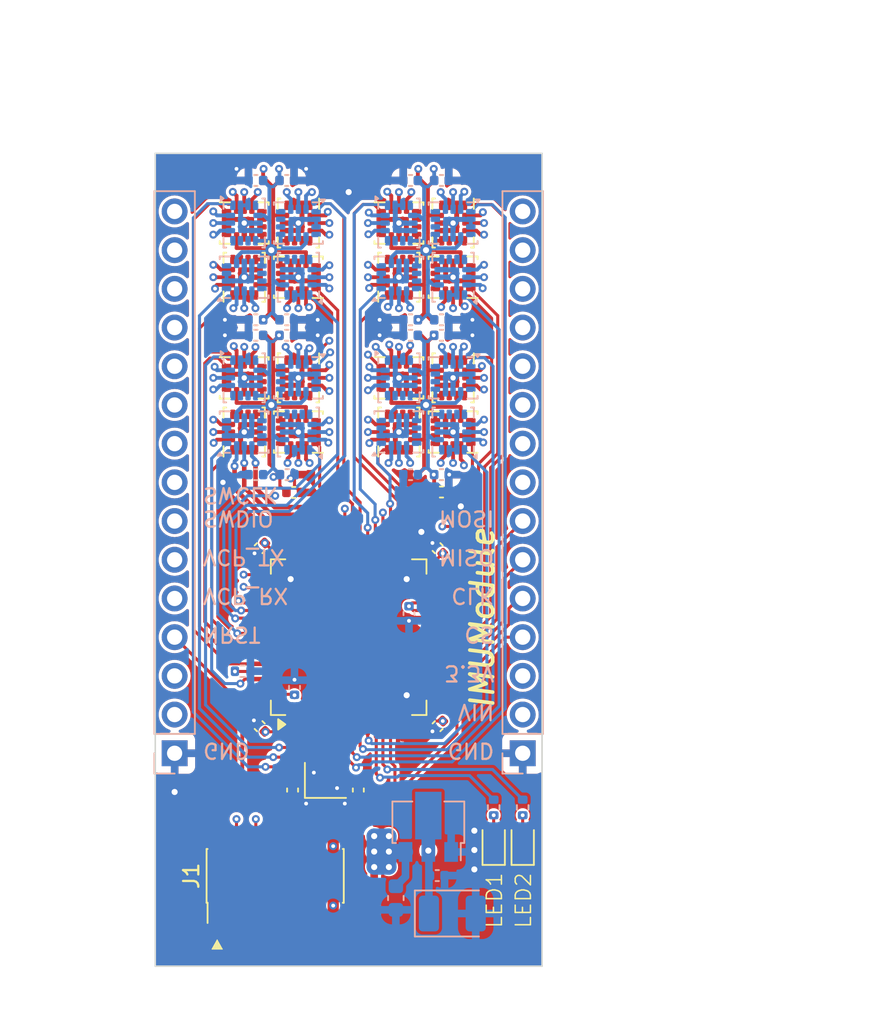
<source format=kicad_pcb>
(kicad_pcb (version 20240108) (generator "pcbnew") (generator_version "8.0")
  (layers (0 "F.Cu" signal) (1 "In1.Cu" signal) (2 "In2.Cu" signal) (31 "B.Cu" signal) (34 "B.Paste" user) (35 "F.Paste" user) (36 "B.SilkS" user "B.Silkscreen") (37 "F.SilkS" user "F.Silkscreen") (38 "B.Mask" user) (39 "F.Mask" user) (44 "Edge.Cuts" user))
  (net 0 "")
  (net 1 "GNDD")
  (net 2 "+3.3V")
  (net 6 "+5V")
  (net 12 "/IMUs/SPI_MISO2")
  (net 14 "/IMUs/SPI_MISO3")
  (net 15 "/IMUs/SPI_MISO4")
  (net 16 "/IMUs/SPI_MISO5")
  (net 20 "/IMUs/SPI_MISO8")
  (net 21 "/IMUs/SPI_MISO7")
  (net 22 "/IMUs/SPI_MISO6")
  (net 23 "/IMUs/SPI_MISO9")
  (net 24 "/IMUs/SPI_MISO12")
  (net 25 "/IMUs/SPI_MISO11")
  (net 27 "/IMUs/SPI_MISO10")
  (net 28 "/IMUs/SPI_MISO13")
  (net 29 "/IMUs/SPI_MISO16")
  (net 33 "/IMUs/SPI_MISO15")
  (net 34 "/IMUs/SPI_MISO14")
  (net 56 "Net-(D2-A)")
  (net 57 "Net-(D3-A)")
  (net 95 "unconnected-(J4-Pin_15-Pad15)")
  (net 102 "/IMUs/SPI_MOSI")
  (net 103 "/IMUs/SPI_CS")
  (net 104 "/IMUs/SPI_CLK")
  (net 105 "/IMUs/SPI_MISO1")
  (net 106 "/IMUs/SPI_MISO17")
  (net 112 "/IMUs/SPI_MISO18")
  (net 116 "/IMUs/SPI_MISO19")
  (net 121 "/IMUs/SPI_MISO20")
  (net 128 "/IMUs/SPI_MISO21")
  (net 133 "/IMUs/SPI_MISO22")
  (net 138 "/IMUs/SPI_MISO23")
  (net 142 "/IMUs/SPI_MISO24")
  (net 148 "/IMUs/SPI_MISO25")
  (net 152 "/IMUs/SPI_MISO26")
  (net 160 "/IMUs/SPI_MISO27")
  (net 162 "/IMUs/SPI_MISO28")
  (net 168 "/IMUs/SPI_MISO29")
  (net 173 "/IMUs/SPI_MISO30")
  (net 178 "/IMUs/SPI_MISO31")
  (net 183 "/IMUs/SPI_MISO32")
  (net 187 "Net-(U33-PF0)")
  (net 188 "Net-(U33-PF1)")
  (net 190 "/MCU/T_VCP_TX")
  (net 191 "/MCU/T_SWCLK")
  (net 192 "/MCU/T_SWDIO")
  (net 193 "/MCU/T_NRST")
  (net 194 "/MCU/T_VCP_RX")
  (net 195 "Net-(U33-PA1)")
  (net 196 "Net-(U33-PA0)")
  (net 197 "/MCU/MSPI_MISO")
  (net 198 "/MCU/MSPI_MOSI")
  (net 199 "/MCU/MSPI_CS")
  (net 200 "/MCU/MSPI_CLK")
  (net 201 "Net-(U33-PB8)")
  (footprint "Package_LGA:LGA-14_3x2.5mm_P0.5mm_LayoutBorder3x4y" (layer "F.Cu") (at 168.402 89.662)
    (property "Reference" "U5" (hide yes))
    (property "Value" "LSM6DSR")
  )
  (footprint "Capacitor_SMD:C_0402_1005Metric" (layer "F.Cu") (at 159.004 86.868)
    (property "Reference" "C24" (hide yes))
    (property "Value" "0.1uF")
  )
  (footprint "Capacitor_SMD:C_0402_1005Metric" (layer "F.Cu") (at 161.036 86.868 180)
    (property "Reference" "C26" (hide yes))
    (property "Value" "0.1uF")
  )
  (footprint "Crystal:Crystal_SMD_2016-4Pin_2.0x1.6mm" (layer "F.Cu") (at 163.576 116.078)
    (property "Reference" "Y1" (hide yes))
    (property "Value" "24MHz")
  )
  (footprint "Package_LGA:LGA-14_3x2.5mm_P0.5mm_LayoutBorder3x4y" (layer "F.Cu") (at 158.242 79.502)
    (property "Reference" "U13" (hide yes))
    (property "Value" "LSM6DSR")
  )
  (footprint "Package_LGA:LGA-14_3x2.5mm_P0.5mm_LayoutBorder3x4y" (layer "F.Cu") (at 168.402 79.502)
    (property "Reference" "U1" (hide yes))
    (property "Value" "LSM6DSR")
  )
  (footprint "Capacitor_SMD:C_0402_1005Metric" (layer "F.Cu") (at 159.004 85.852)
    (property "Reference" "C29" (hide yes))
    (property "Value" "0.1uF")
  )
  (footprint "Capacitor_SMD:C_0402_1005Metric" (layer "F.Cu") (at 161.417 116.713 -90)
    (property "Reference" "C1" (hide yes))
    (property "Value" "6pF")
  )
  (footprint "LED_SMD:LED_0603_1608Metric" (layer "F.Cu") (at 174.625 120.142 90)
    (property "Reference" "D3" (hide yes))
    (property "Value" "LED_Small")
  )
  (footprint "Capacitor_SMD:C_0402_1005Metric" (layer "F.Cu") (at 161.036 85.852 180)
    (property "Reference" "C31" (hide yes))
    (property "Value" "0.1uF")
  )
  (footprint "Connector_PinHeader_1.27mm:PinHeader_2x07_P1.27mm_Vertical_SMD" (layer "F.Cu") (at 160.274 122.346 90)
    (property "Reference" "J1")
    (property "Value" "Conn_02x07_Odd_Even")
  )
  (footprint "Capacitor_SMD:C_0402_1005Metric" (layer "F.Cu") (at 171.196 97.155 180)
    (property "Reference" "C21" (hide yes))
    (property "Value" "0.1uF")
  )
  (footprint "Package_LGA:LGA-14_3x2.5mm_P0.5mm_LayoutBorder3x4y" (layer "F.Cu") (at 171.958 79.502 -90)
    (property "Reference" "U2" (hide yes))
    (property "Value" "LSM6DSR")
  )
  (footprint "Capacitor_SMD:C_0402_1005Metric" (layer "F.Cu") (at 159.004 76.708)
    (property "Reference" "C28" (hide yes))
    (property "Value" "0.1uF")
  )
  (footprint "Capacitor_SMD:C_0402_1005Metric" (layer "F.Cu") (at 169.164 85.852)
    (property "Reference" "C19" (hide yes))
    (property "Value" "0.1uF")
  )
  (footprint "Package_QFP:LQFP-64_10x10mm_P0.5mm" (layer "F.Cu") (at 165.1 106.68 90)
    (property "Reference" "U33" (hide yes))
    (property "Value" "STM32G473RCTx")
  )
  (footprint "Package_LGA:LGA-14_3x2.5mm_P0.5mm_LayoutBorder3x4y" (layer "F.Cu") (at 168.402 83.058 90)
    (property "Reference" "U4" (hide yes))
    (property "Value" "LSM6DSR")
  )
  (footprint "Package_LGA:LGA-14_3x2.5mm_P0.5mm_LayoutBorder3x4y" (layer "F.Cu") (at 161.798 89.662 -90)
    (property "Reference" "U12" (hide yes))
    (property "Value" "LSM6DSR")
  )
  (footprint "Package_LGA:LGA-14_3x2.5mm_P0.5mm_LayoutBorder3x4y" (layer "F.Cu") (at 158.242 83.058 90)
    (property "Reference" "U14" (hide yes))
    (property "Value" "LSM6DSR")
  )
  (footprint "Package_LGA:LGA-14_3x2.5mm_P0.5mm_LayoutBorder3x4y" (layer "F.Cu") (at 161.798 83.058 180)
    (property "Reference" "U15" (hide yes))
    (property "Value" "LSM6DSR")
  )
  (footprint "Capacitor_SMD:C_0402_1005Metric" (layer "F.Cu") (at 171.196 96.012 180)
    (property "Reference" "C23" (hide yes))
    (property "Value" "0.1uF")
  )
  (footprint "Capacitor_SMD:C_0402_1005Metric" (layer "F.Cu") (at 171.196 85.852 180)
    (property "Reference" "C15" (hide yes))
    (property "Value" "0.1uF")
  )
  (footprint "Package_LGA:LGA-14_3x2.5mm_P0.5mm_LayoutBorder3x4y" (layer "F.Cu") (at 158.242 89.662)
    (property "Reference" "U9" (hide yes))
    (property "Value" "LSM6DSR")
  )
  (footprint "Capacitor_SMD:C_0402_1005Metric" (layer "F.Cu") (at 169.164 86.868)
    (property "Reference" "C20" (hide yes))
    (property "Value" "0.1uF")
  )
  (footprint "Package_LGA:LGA-14_3x2.5mm_P0.5mm_LayoutBorder3x4y" (layer "F.Cu") (at 158.242 93.218 90)
    (property "Reference" "U10" (hide yes))
    (property "Value" "LSM6DSR")
  )
  (footprint "Package_LGA:LGA-14_3x2.5mm_P0.5mm_LayoutBorder3x4y" (layer "F.Cu") (at 161.798 93.218 180)
    (property "Reference" "U11" (hide yes))
    (property "Value" "LSM6DSR")
  )
  (footprint "Capacitor_SMD:C_0402_1005Metric" (layer "F.Cu") (at 169.164 76.708)
    (property "Reference" "C14" (hide yes))
    (property "Value" "0.1uF")
  )
  (footprint "Package_LGA:LGA-14_3x2.5mm_P0.5mm_LayoutBorder3x4y" (layer "F.Cu") (at 171.958 93.218 180)
    (property "Reference" "U7" (hide yes))
    (property "Value" "LSM6DSR")
  )
  (footprint "Capacitor_SMD:C_0402_1005Metric" (layer "F.Cu") (at 171.196 86.868 180)
    (property "Reference" "C22" (hide yes))
    (property "Value" "0.1uF")
  )
  (footprint "Capacitor_SMD:C_0402_1005Metric" (layer "F.Cu") (at 165.735 116.713 90)
    (property "Reference" "C2" (hide yes))
    (property "Value" "6pF")
  )
  (footprint "Capacitor_SMD:C_0402_1005Metric" (layer "F.Cu") (at 170.942 100.838 -45)
    (property "Reference" "C10" (hide yes))
    (property "Value" "0.1uF")
  )
  (footprint "LED_SMD:LED_0603_1608Metric" (layer "F.Cu") (at 176.53 120.142 90)
    (property "Reference" "D2" (hide yes))
    (property "Value" "LED_Small")
  )
  (footprint "Capacitor_SMD:C_0402_1005Metric" (layer "F.Cu") (at 161.036 76.708 180)
    (property "Reference" "C30" (hide yes))
    (property "Value" "0.1uF")
  )
  (footprint "Capacitor_SMD:C_0402_1005Metric" (layer "F.Cu") (at 161.064 96.012 180)
    (property "Reference" "C27" (hide yes))
    (property "Value" "0.1uF")
  )
  (footprint "Capacitor_SMD:C_0402_1005Metric" (layer "F.Cu") (at 170.942 112.522 45)
    (property "Reference" "C13" (hide yes))
    (property "Value" "0.1uF")
  )
  (footprint "Capacitor_SMD:C_0402_1005Metric" (layer "F.Cu") (at 161.4932 97.1804 180)
    (property "Reference" "C25" (hide yes))
    (property "Value" "0.1uF")
  )
  (footprint "Capacitor_SMD:C_0402_1005Metric" (layer "F.Cu") (at 159.258 100.838 45)
    (property "Reference" "C11" (hide yes))
    (property "Value" "0.1uF")
  )
  (footprint "Package_LGA:LGA-14_3x2.5mm_P0.5mm_LayoutBorder3x4y" (layer "F.Cu") (at 161.798 79.502 -90)
    (property "Reference" "U16" (hide yes))
    (property "Value" "LSM6DSR")
  )
  (footprint "Capacitor_SMD:C_0402_1005Metric" (layer "F.Cu") (at 159.258 112.522 -45)
    (property "Reference" "C9" (hide yes))
    (property "Value" "0.1uF")
  )
  (footprint "Capacitor_SMD:C_0402_1005Metric" (layer "F.Cu") (at 171.196 76.708 180)
    (property "Reference" "C18" (hide yes))
    (property "Value" "0.1uF")
  )
  (footprint "Package_LGA:LGA-14_3x2.5mm_P0.5mm_LayoutBorder3x4y" (layer "F.Cu") (at 168.402 93.218 90)
    (property "Reference" "U6" (hide yes))
    (property "Value" "LSM6DSR")
  )
  (footprint "Package_LGA:LGA-14_3x2.5mm_P0.5mm_LayoutBorder3x4y" (layer "F.Cu") (at 171.958 89.662 -90)
    (property "Reference" "U8" (hide yes))
    (property "Value" "LSM6DSR")
  )
  (footprint "Package_LGA:LGA-14_3x2.5mm_P0.5mm_LayoutBorder3x4y" (layer "F.Cu") (at 171.958 83.058 180)
    (property "Reference" "U3" (hide yes))
    (property "Value" "LSM6DSR")
  )
  (footprint "Capacitor_SMD:C_0402_1005Metric" (layer "B.Cu") (at 171.196 85.852 180)
    (property "Reference" "C36" (hide yes))
    (property "Value" "0.1uF")
  )
  (footprint "Package_LGA:LGA-14_3x2.5mm_P0.5mm_LayoutBorder3x4y" (layer "B.Cu") (at 171.958 89.662 180)
    (property "Reference" "U21" (hide yes))
    (property "Value" "LSM6DSR")
  )
  (footprint "Capacitor_SMD:C_0402_1005Metric" (layer "B.Cu") (at 161.036 76.708 180)
    (property "Reference" "C44" (hide yes))
    (property "Value" "0.1uF")
  )
  (footprint "Package_LGA:LGA-14_3x2.5mm_P0.5mm_LayoutBorder3x4y" (layer "B.Cu") (at 161.798 89.662 180)
    (property "Reference" "U25" (hide yes))
    (property "Value" "LSM6DSR")
  )
  (footprint "Capacitor_SMD:C_0402_1005Metric" (layer "B.Cu") (at 171.196 76.708 180)
    (property "Reference" "C35" (hide yes))
    (property "Value" "0.1uF")
  )
  (footprint "Package_LGA:LGA-14_3x2.5mm_P0.5mm_LayoutBorder3x4y" (layer "B.Cu") (at 161.798 93.218 90)
    (property "Reference" "U28" (hide yes))
    (property "Value" "LSM6DSR")
  )
  (footprint "Capacitor_SMD:C_0402_1005Metric" (layer "B.Cu") (at 161.036 85.852 180)
    (property "Reference" "C43" (hide yes))
    (property "Value" "0.1uF")
  )
  (footprint "Capacitor_SMD:C_0402_1005Metric" (layer "B.Cu") (at 159.004 96.012)
    (property "Reference" "C47" (hide yes))
    (property "Value" "0.1uF")
  )
  (footprint "Package_LGA:LGA-14_3x2.5mm_P0.5mm_LayoutBorder3x4y" (layer "B.Cu") (at 161.798 79.502 180)
    (property "Reference" "U29" (hide yes))
    (property "Value" "LSM6DSR")
  )
  (footprint "Resistor_SMD:R_0402_1005Metric" (layer "B.Cu") (at 158.1404 108.9152)
    (property "Reference" "R1" (hide yes))
    (property "Value" "10k")
  )
  (footprint "Capacitor_SMD:C_0402_1005Metric" (layer "B.Cu") (at 169.164 96.012)
    (property "Reference" "C39" (hide yes))
    (property "Value" "0.1uF")
  )
  (footprint "Package_LGA:LGA-14_3x2.5mm_P0.5mm_LayoutBorder3x4y" (layer "B.Cu") (at 168.402 83.058)
    (property "Reference" "U19" (hide yes))
    (property "Value" "LSM6DSR")
  )
  (footprint "Capacitor_SMD:C_0402_1005Metric" (layer "B.Cu") (at 171.196 96.012 180)
    (property "Reference" "C37" (hide yes))
    (property "Value" "0.1uF")
  )
  (footprint "Resistor_SMD:R_0402_1005Metric" (layer "B.Cu") (at 174.625 117.856 90)
    (property "Reference" "R10" (hide yes))
    (property "Value" "3.3K")
  )
  (footprint "Package_LGA:LGA-14_3x2.5mm_P0.5mm_LayoutBorder3x4y" (layer "B.Cu") (at 158.242 79.502 -90)
    (property "Reference" "U30" (hide yes))
    (property "Value" "LSM6DSR")
  )
  (footprint "Capacitor_SMD:C_0402_1005Metric" (layer "B.Cu") (at 161.036 86.868 180)
    (property "Reference" "C46" (hide yes))
    (property "Value" "0.1uF")
  )
  (footprint "Connector_PinHeader_2.54mm:PinHeader_1x15_P2.54mm_Vertical" (layer "B.Cu") (at 153.67 114.3)
    (property "Reference" "J3" (hide yes))
    (property "Value" "Conn_01x15")
  )
  (footprint "Package_LGA:LGA-14_3x2.5mm_P0.5mm_LayoutBorder3x4y" (layer "B.Cu") (at 168.402 89.662 -90)
    (property "Reference" "U22" (hide yes))
    (property "Value" "LSM6DSR")
  )
  (footprint "Package_LGA:LGA-14_3x2.5mm_P0.5mm_LayoutBorder3x4y" (layer "B.Cu") (at 158.242 93.218)
    (property "Reference" "U27" (hide yes))
    (property "Value" "LSM6DSR")
  )
  (footprint "Package_TO_SOT_SMD:SOT-89-3" (layer "B.Cu") (at 170.3324 118.826 90)
    (property "Reference" "U34" (hide yes))
    (property "Value" "ME6119A33PG")
  )
  (footprint "Capacitor_SMD:C_0402_1005Metric" (layer "B.Cu") (at 169.164 86.868)
    (property "Reference" "C40" (hide yes))
    (property "Value" "0.1uF")
  )
  (footprint "Package_LGA:LGA-14_3x2.5mm_P0.5mm_LayoutBorder3x4y" (layer "B.Cu") (at 158.242 83.058)
    (property "Reference" "U31" (hide yes))
    (property "Value" "LSM6DSR")
  )
  (footprint "Package_LGA:LGA-14_3x2.5mm_P0.5mm_LayoutBorder3x4y" (layer "B.Cu") (at 171.958 93.218 90)
    (property "Reference" "U24" (hide yes))
    (property "Value" "LSM6DSR")
  )
  (footprint "Capacitor_SMD:C_0402_1005Metric" (layer "B.Cu") (at 161.544 109.982 -90)
    (property "Reference" "C7" (hide yes))
    (property "Value" "0.1uF")
  )
  (footprint "Capacitor_SMD:C_0402_1005Metric" (layer "B.Cu") (at 159.004 76.708)
    (property "Reference" "C41" (hide yes))
    (property "Value" "0.1uF")
  )
  (footprint "Capacitor_SMD:C_0402_1005Metric" (layer "B.Cu") (at 161.064 96.012 180)
    (property "Reference" "C45" (hide yes))
    (property "Value" "0.1uF")
  )
  (footprint "Capacitor_SMD:C_0402_1005Metric" (layer "B.Cu") (at 169.0624 105.128 90)
    (property "Reference" "C8" (hide yes))
    (property "Value" "0.1uF")
  )
  (footprint "Capacitor_SMD:C_0402_1005Metric" (layer "B.Cu") (at 169.164 85.852)
    (property "Reference" "C34" (hide yes))
    (property "Value" "0.1uF")
  )
  (footprint "Capacitor_SMD:C_0402_1005Metric" (layer "B.Cu") (at 169.164 76.708)
    (property "Reference" "C33" (hide yes))
    (property "Value" "0.1uF")
  )
  (footprint "Capacitor_SMD:C_0402_1005Metric" (layer "B.Cu") (at 170.9192 122.3264)
    (property "Reference" "C17" (hide yes))
    (property "Value" "0.1uF")
  )
  (footprint "Capacitor_SMD:C_0402_1005Metric" (layer "B.Cu") (at 171.196 86.868 180)
    (property "Reference" "C38" (hide yes))
    (property "Value" "0.1uF")
  )
  (footprint "Package_LGA:LGA-14_3x2.5mm_P0.5mm_LayoutBorder3x4y" (layer "B.Cu") (at 171.958 79.502 180)
    (property "Reference" "U17" (hide yes))
    (property "Value" "LSM6DSR")
  )
  (footprint "Connector_PinHeader_2.54mm:PinHeader_1x15_P2.54mm_Vertical" (layer "B.Cu") (at 176.53 114.3)
    (property "Reference" "J4" (hide yes))
    (property "Value" "Conn_01x15")
  )
  (footprint "Package_LGA:LGA-14_3x2.5mm_P0.5mm_LayoutBorder3x4y" (layer "B.Cu") (at 158.242 89.662 -90)
    (property "Reference" "U26" (hide yes))
    (property "Value" "LSM6DSR")
  )
  (footprint "Capacitor_SMD:C_0402_1005Metric" (layer "B.Cu") (at 159.004 85.852)
    (property "Reference" "C42" (hide yes))
    (property "Value" "0.1uF")
  )
  (footprint "Resistor_SMD:R_0402_1005Metric" (layer "B.Cu") (at 176.53 117.856 -90)
    (property "Reference" "R9" (hide yes))
    (property "Value" "3.3K")
  )
  (footprint "Package_LGA:LGA-14_3x2.5mm_P0.5mm_LayoutBorder3x4y" (layer "B.Cu") (at 171.958 83.058 90)
    (property "Reference" "U20" (hide yes))
    (property "Value" "LSM6DSR")
  )
  (footprint "Capacitor_SMD:C_0402_1005Metric" (layer "B.Cu") (at 159.004 86.868)
    (property "Reference" "C48" (hide yes))
    (property "Value" "0.1uF")
  )
  (footprint "Package_LGA:LGA-14_3x2.5mm_P0.5mm_LayoutBorder3x4y" (layer "B.Cu") (at 168.402 93.207)
    (property "Reference" "U23" (hide yes))
    (property "Value" "LSM6DSR")
  )
  (footprint "Capacitor_SMD:C_0603_1608Metric" (layer "B.Cu") (at 168.1988 123.7996 -90)
    (property "Reference" "C16" (hide yes))
    (property "Value" "4.7uF")
  )
  (footprint "Package_LGA:LGA-14_3x2.5mm_P0.5mm_LayoutBorder3x4y" (layer "B.Cu") (at 161.798 83.058 90)
    (property "Reference" "U32" (hide yes))
    (property "Value" "LSM6DSR")
  )
  (footprint "Capacitor_Tantalum_SMD:CP_EIA-3528-15_AVX-H" (layer "B.Cu") (at 171.9072 124.8156)
    (property "Reference" "C32" (hide yes))
    (property "Value" "100uF")
  )
  (footprint "Package_LGA:LGA-14_3x2.5mm_P0.5mm_LayoutBorder3x4y" (layer "B.Cu") (at 168.402 79.502 -90)
    (property "Reference" "U18" (hide yes))
    (property "Value" "LSM6DSR")
  )
  (gr_line (start 152.4 74.93) (end 177.8 74.93) (stroke (width 0.1)) (layer "Edge.Cuts"))
  (gr_line (start 152.4 128.27) (end 152.4 74.93) (stroke (width 0.1)) (layer "Edge.Cuts"))
  (gr_line (start 177.8 128.27) (end 152.4 128.27) (stroke (width 0.1)) (layer "Edge.Cuts"))
  (gr_line (start 177.8 74.93) (end 177.8 128.27) (stroke (width 0.1)) (layer "Edge.Cuts"))
  (gr_text "MISO" (at 174.752 100.838 180) (layer "B.SilkS") (effects (font (size 1 1)) (justify right bottom mirror)))
  (gr_text "SWDIO" (at 155.448 98.298 180) (layer "B.SilkS") (effects (font (size 1 1)) (justify left bottom mirror)))
  (gr_text "SWCLK" (at 155.448 96.774 180) (layer "B.SilkS") (effects (font (size 1 1)) (justify left bottom mirror)))
  (gr_text "NRST" (at 155.448 105.918 180) (layer "B.SilkS") (effects (font (size 1 1)) (justify left bottom mirror)))
  (gr_text "GND" (at 155.448 113.538 180) (layer "B.SilkS") (effects (font (size 1 1)) (justify left bottom mirror)))
  (gr_text "VIN" (at 174.752 110.998 180) (layer "B.SilkS") (effects (font (size 1 1)) (justify right bottom mirror)))
  (gr_text "3.3V" (at 174.752 108.458 180) (layer "B.SilkS") (effects (font (size 1 1)) (justify right bottom mirror)))
  (gr_text "MOSI" (at 174.752 98.298 180) (layer "B.SilkS") (effects (font (size 1 1)) (justify right bottom mirror)))
  (gr_text "VCP_TX" (at 155.448 100.838 180) (layer "B.SilkS") (effects (font (size 1 1)) (justify left bottom mirror)))
  (gr_text "VCP_RX" (at 155.448 103.378 180) (layer "B.SilkS") (effects (font (size 1 1)) (justify left bottom mirror)))
  (gr_text "CLK" (at 174.752 103.378 180) (layer "B.SilkS") (effects (font (size 1 1)) (justify right bottom mirror)))
  (gr_text "CS" (at 174.752 105.918 180) (layer "B.SilkS") (effects (font (size 1 1)) (justify right bottom mirror)))
  (gr_text "GND" (at 174.752 113.538 180) (layer "B.SilkS") (effects (font (size 1 1)) (justify right bottom mirror)))
  (gr_text "▲" (at 156.464 127.254 0) (layer "F.SilkS") (effects (font (size 0.8 0.8) (thickness 0.05)) (justify bottom)))
  (gr_text "LED1" (at 175.26 125.857 90) (layer "F.SilkS") (effects (font (size 1 1) (thickness 0.1)) (justify left bottom)))
  (gr_text "LED2" (at 177.165 125.857 90) (layer "F.SilkS") (effects (font (size 1 1) (thickness 0.1)) (justify left bottom)))
  (gr_text "IMUModule" (at 174.752 111.506 90) (layer "F.SilkS") (effects (font (size 1.5 1.5) (thickness 0.24) (italic yes)) (justify left bottom)))
  (segment (start 162.048 78.3395) (end 161.548 78.3395) (width 0.25) (layer "F.Cu") (net 1))
  (segment (start 159.425 109.93) (end 161.088 109.93) (width 0.2) (layer "F.Cu") (net 1))
  (segment (start 161.85 101.91241) (end 161.85 101.005) (width 0.2) (layer "F.Cu") (net 1))
  (segment (start 161.544 96.7512) (end 161.9732 97.1804) (width 0.2) (layer "F.Cu") (net 1))
  (segment (start 161.088 109.93) (end 161.544 109.474) (width 0.2) (layer "F.Cu") (net 1))
  (segment (start 170.602589 112.861411) (end 170.034 113.43) (width 0.2) (layer "F.Cu") (net 1))
  (segment (start 169.96759 103.43) (end 170.775 103.43) (width 0.2) (layer "F.Cu") (net 1))
  (segment (start 165.326 117.602) (end 165.735 117.193) (width 0.2) (layer "F.Cu") (net 1))
  (segment (start 172.208 88.4995) (end 171.708 88.4995) (width 0.25) (layer "F.Cu") (net 1))
  (segment (start 162.306 117.602) (end 164.846 117.602) (width 0.2) (layer "F.Cu") (net 1))
  (segment (start 162.048 88.4995) (end 161.548 88.4995) (width 0.25) (layer "F.Cu") (net 1))
  (segment (start 172.208 78.3395) (end 171.708 78.3395) (width 0.25) (layer "F.Cu") (net 1))
  (segment (start 173.1205 93.468) (end 173.1205 92.968) (width 0.25) (layer "F.Cu") (net 1))
  (segment (start 169.7 103.16241) (end 169.96759 103.43) (width 0.2) (layer "F.Cu") (net 1))
  (segment (start 161.68241 102.08) (end 161.85 101.91241) (width 0.2) (layer "F.Cu") (net 1))
  (segment (start 170.034 113.43) (end 168.61759 113.43) (width 0.2) (layer "F.Cu") (net 1))
  (segment (start 168.152 84.2205) (end 168.652 84.2205) (width 0.25) (layer "F.Cu") (net 1))
  (segment (start 168.35 113.16241) (end 168.35 112.355) (width 0.2) (layer "F.Cu") (net 1))
  (segment (start 170.602589 100.498589) (end 169.7 101.401178) (width 0.2) (layer "F.Cu") (net 1))
  (segment (start 162.9605 93.468) (end 162.9605 92.968) (width 0.25) (layer "F.Cu") (net 1))
  (segment (start 162.306 117.602) (end 161.826 117.602) (width 0.2) (layer "F.Cu") (net 1))
  (segment (start 169.7 101.401178) (end 169.7 103.16241) (width 0.2) (layer "F.Cu") (net 1))
  (segment (start 173.1205 83.308) (end 173.1205 82.808) (width 0.25) (layer "F.Cu") (net 1))
  (segment (start 167.2395 79.252) (end 167.2395 79.752) (width 0.25) (layer "F.Cu") (net 1))
  (segment (start 167.2395 89.412) (end 167.2395 89.912) (width 0.25) (layer "F.Cu") (net 1))
  (segment (start 158.918589 101.177411) (end 159.821178 102.08) (width 0.2) (layer "F.Cu") (net 1))
  (segment (start 157.0795 89.412) (end 157.0795 89.912) (width 0.25) (layer "F.Cu") (net 1))
  (segment (start 157.0795 79.252) (end 157.0795 79.752) (width 0.25) (layer "F.Cu") (net 1))
  (segment (start 162.9605 83.308) (end 162.9605 82.808) (width 0.25) (layer "F.Cu") (net 1))
  (segment (start 168.61759 113.43) (end 168.35 113.16241) (width 0.2) (layer "F.Cu") (net 1))
  (segment (start 159.821178 102.08) (end 161.68241 102.08) (width 0.2) (layer "F.Cu") (net 1))
  (segment (start 169.2404 105.43) (end 169.0624 105.608) (width 0.2) (layer "F.Cu") (net 1))
  (segment (start 157.992 84.2205) (end 158.492 84.2205) (width 0.25) (layer "F.Cu") (net 1))
  (segment (start 168.152 94.3805) (end 168.652 94.3805) (width 0.25) (layer "F.Cu") (net 1))
  (segment (start 161.826 117.602) (end 161.417 117.193) (width 0.2) (layer "F.Cu") (net 1))
  (segment (start 170.775 105.43) (end 169.2404 105.43) (width 0.2) (layer "F.Cu") (net 1))
  (segment (start 157.992 94.3805) (end 158.492 94.3805) (width 0.25) (layer "F.Cu") (net 1))
  (segment (start 164.846 117.602) (end 165.326 117.602) (width 0.2) (layer "F.Cu") (net 1))
  (segment (start 161.544 96.012) (end 161.544 96.7512) (width 0.2) (layer "F.Cu") (net 1))
  (via (at 161.29 102.87) (size 0.8) (drill 0.4) (layers "F.Cu" "B.Cu") (net 1))
  (via (at 173.355 121.92) (size 0.8) (drill 0.4) (layers "F.Cu" "B.Cu") (net 1))
  (via (at 170.602589 100.498589) (size 0.52) (drill 0.25) (layers "F.Cu" "B.Cu") (net 1))
  (via (at 168.91 110.49) (size 0.8) (drill 0.4) (layers "F.Cu" "B.Cu") (net 1))
  (via (at 164.846 117.602) (size 0.52) (drill 0.25) (layers "F.Cu" "B.Cu") (net 1))
  (via (at 163.068 85.852) (size 0.52) (drill 0.25) (layers "F.Cu" "B.Cu") (net 1))
  (via (at 169.8752 99.7712) (size 0.8) (drill 0.4) (layers "F.Cu" "B.Cu") (net 1))
  (via (at 156.972 86.868) (size 0.52) (drill 0.25) (layers "F.Cu" "B.Cu") (net 1))
  (via (at 171.704 96.012) (size 0.52) (drill 0.25) (layers "F.Cu" "B.Cu") (net 1))
  (via (at 163.068 86.868) (size 0.52) (drill 0.25) (layers "F.Cu" "B.Cu") (net 1))
  (via (at 168.402 79.502) (size 0.62) (drill 0.35) (layers "F.Cu" "B.Cu") (net 1))
  (via (at 162.306 75.946) (size 0.52) (drill 0.25) (layers "F.Cu" "B.Cu") (net 1))
  (via (at 170.602589 112.861411) (size 0.52) (drill 0.25) (layers "F.Cu" "B.Cu") (net 1))
  (via (at 161.798 79.502) (size 0.62) (drill 0.35) (layers "F.Cu" "B.Cu") (net 1))
  (via (at 173.355 120.65) (size 0.8) (drill 0.4) (layers "F.Cu" "B.Cu") (net 1))
  (via (at 158.242 83.058) (size 0.62) (drill 0.35) (layers "F.Cu" "B.Cu") (net 1))
  (via (at 156.845 96.52) (size 0.62) (drill 0.35) (layers "F.Cu" "B.Cu") (net 1))
  (via (at 164.338 116.586) (size 0.52) (drill 0.25) (layers "F.Cu" "B.Cu") (net 1))
  (via (at 161.798 93.218) (size 0.62) (drill 0.35) (layers "F.Cu" "B.Cu") (net 1))
  (via (at 162.306 117.602) (size 0.52) (drill 0.25) (layers "F.Cu" "B.Cu") (net 1))
  (via (at 173.228 85.852) (size 0.52) (drill 0.25) (layers "F.Cu" "B.Cu") (net 1))
  (via (at 157.734 75.946) (size 0.52) (drill 0.25) (layers "F.Cu" "B.Cu") (net 1))
  (via (at 173.355 119.38) (size 0.8) (drill 0.4) (layers "F.Cu" "B.Cu") (net 1))
  (via (at 158.242 89.662) (size 0.62) (drill 0.35) (layers "F.Cu" "B.Cu") (net 1))
  (via (at 161.29 96.266) (size 0.52) (drill 0.25) (layers "F.Cu" "B.Cu") (net 1))
  (via (at 167.132 85.852) (size 0.52) (drill 0.25) (layers "F.Cu" "B.Cu") (net 1))
  (via (at 158.918589 101.177411) (size 0.52) (drill 0.25) (layers "F.Cu" "B.Cu") (net 1))
  (via (at 169.0624 105.608) (size 0.52) (drill 0.25) (layers "F.Cu" "B.Cu") (net 1))
  (via (at 168.402 93.218) (size 0.62) (drill 0.35) (layers "F.Cu" "B.Cu") (net 1))
  (via (at 161.798 89.662) (size 0.62) (drill 0.35) (layers "F.Cu" "B.Cu") (net 1))
  (via (at 153.67 116.84) (size 0.8) (drill 0.4) (layers "F.Cu" "B.Cu") (net 1))
  (via (at 162.814 115.57) (size 0.52) (drill 0.25) (layers "F.Cu" "B.Cu") (net 1))
  (via (at 165.1 77.47) (size 0.8) (drill 0.4) (layers "F.Cu" "B.Cu") (net 1))
  (via (at 158.877 112.141) (size 0.52) (drill 0.25) (layers "F.Cu" "B.Cu") (net 1))
  (via (at 167.132 86.868) (size 0.52) (drill 0.25) (layers "F.Cu" "B.Cu") (net 1))
  (via (at 173.228 86.868) (size 0.52) (drill 0.25) (layers "F.Cu" "B.Cu") (net 1))
  (via (at 168.402 83.058) (size 0.62) (drill 0.35) (layers "F.Cu" "B.Cu") (net 1))
  (via (at 156.972 85.852) (size 0.52) (drill 0.25) (layers "F.Cu" "B.Cu") (net 1))
  (via (at 168.402 89.662) (size 0.62) (drill 0.35) (layers "F.Cu" "B.Cu") (net 1))
  (via (at 171.958 93.218) (size 0.62) (drill 0.35) (layers "F.Cu" "B.Cu") (net 1))
  (via (at 172.466 98.0948) (size 0.8) (drill 0.4) (layers "F.Cu" "B.Cu") (net 1))
  (via (at 158.242 79.502) (size 0.62) (drill 0.35) (layers "F.Cu" "B.Cu") (net 1))
  (via (at 171.958 89.662) (size 0.62) (drill 0.35) (layers "F.Cu" "B.Cu") (net 1))
  (via (at 161.798 83.058) (size 0.62) (drill 0.35) (layers "F.Cu" "B.Cu") (net 1))
  (via (at 168.91 102.87) (size 0.8) (drill 0.4) (layers "F.Cu" "B.Cu") (net 1))
  (via (at 171.958 83.058) (size 0.62) (drill 0.35) (layers "F.Cu" "B.Cu") (net 1))
  (via (at 171.958 79.502) (size 0.62) (drill 0.35) (layers "F.Cu" "B.Cu") (net 1))
  (via (at 158.242 93.218) (size 0.62) (drill 0.35) (layers "F.Cu" "B.Cu") (net 1))
  (via (at 161.544 109.474) (size 0.52) (drill 0.25) (layers "F.Cu" "B.Cu") (net 1))
  (segment (start 162.9605 79.252) (end 162.9605 79.752) (width 0.25) (layer "B.Cu") (net 1))
  (segment (start 161.544 109.502) (end 160.6068 109.502) (width 0.2) (layer "B.Cu") (net 1))
  (segment (start 157.0795 93.468) (end 157.0795 92.968) (width 0.25) (layer "B.Cu") (net 1))
  (segment (start 162.9605 89.412) (end 162.9605 89.912) (width 0.25) (layer "B.Cu") (net 1))
  (segment (start 157.992 78.3395) (end 158.492 78.3395) (width 0.25) (layer "B.Cu") (net 1))
  (segment (start 172.208 94.3805) (end 171.708 94.3805) (width 0.25) (layer "B.Cu") (net 1))
  (segment (start 157.992 88.4995) (end 158.492 88.4995) (width 0.25) (layer "B.Cu") (net 1))
  (segment (start 173.1205 79.252) (end 173.1205 79.752) (width 0.25) (layer "B.Cu") (net 1))
  (segment (start 157.0795 83.308) (end 157.0795 82.808) (width 0.25) (layer "B.Cu") (net 1))
  (segment (start 160.6068 109.502) (end 160.02 108.9152) (width 0.2) (layer "B.Cu") (net 1))
  (segment (start 160.02 108.9152) (end 158.6504 108.9152) (width 0.2) (layer "B.Cu") (net 1))
  (segment (start 168.152 78.3395) (end 168.652 78.3395) (width 0.25) (layer "B.Cu") (net 1))
  (segment (start 162.048 94.3805) (end 161.548 94.3805) (width 0.25) (layer "B.Cu") (net 1))
  (segment (start 168.152 88.4995) (end 168.652 88.4995) (width 0.25) (layer "B.Cu") (net 1))
  (segment (start 173.1205 89.412) (end 173.1205 89.912) (width 0.25) (layer "B.Cu") (net 1))
  (segment (start 162.048 84.2205) (end 161.548 84.2205) (width 0.25) (layer "B.Cu") (net 1))
  (segment (start 167.2395 83.308) (end 167.2395 82.808) (width 0.25) (layer "B.Cu") (net 1))
  (segment (start 167.2395 93.468) (end 167.2395 92.968) (width 0.25) (layer "B.Cu") (net 1))
  (segment (start 172.208 84.2205) (end 171.708 84.2205) (width 0.25) (layer "B.Cu") (net 1))
  (segment (start 167.902 90.5745) (end 167.902 91.305) (width 0.25) (layer "F.Cu") (net 2))
  (segment (start 169.5645 90.8245) (end 169.5645 90.412) (width 0.25) (layer "F.Cu") (net 2))
  (segment (start 167.902 80.4145) (end 167.902 81.145) (width 0.25) (layer "F.Cu") (net 2))
  (segment (start 170.053 81.407) (end 170.18 81.28) (width 0.25) (layer "F.Cu") (net 2))
  (segment (start 169.3444 104.93) (end 169.0624 104.648) (width 0.2) (layer "F.Cu") (net 2))
  (segment (start 160.6355 90.8245) (end 161.048 90.8245) (width 0.25) (layer "F.Cu") (net 2))
  (segment (start 170.307 88.989999) (end 170.307 90.321788) (width 0.25) (layer "F.Cu") (net 2))
  (segment (start 170.315 89.162) (end 170.307 89.154) (width 0.25) (layer "F.Cu") (net 2))
  (segment (start 159.9236 95.3516) (end 160.584 96.012) (width 0.2) (layer "F.Cu") (net 2))
  (segment (start 159.885 93.718) (end 159.893 93.726) (width 0.25) (layer "F.Cu") (net 2))
  (segment (start 162.298 82.1455) (end 162.298 81.415) (width 0.25) (layer "F.Cu") (net 2))
  (segment (start 170.462 85.852) (end 170.053 85.443) (width 0.2) (layer "F.Cu") (net 2))
  (segment (start 170.307 90.321788) (end 170.307 91.313) (width 0.25) (layer "F.Cu") (net 2))
  (segment (start 169.644 86.868) (end 169.672 86.868) (width 0.2) (layer "F.Cu") (net 2))
  (segment (start 169.644 76.708) (end 169.898 76.708) (width 0.2) (layer "F.Cu") (net 2))
  (segment (start 169.644 75.974) (end 169.672 75.946) (width 0.25) (layer "F.Cu") (net 2))
  (segment (start 169.644 76.708) (end 169.644 75.974) (width 0.25) (layer "F.Cu") (net 2))
  (segment (start 159.1545 93.718) (end 159.885 93.718) (width 0.25) (layer "F.Cu") (net 2))
  (segment (start 160.6355 80.6645) (end 161.048 80.6645) (width 0.25) (layer "F.Cu") (net 2))
  (segment (start 170.688 95.984) (end 170.688 96.012) (width 0.2) (layer "F.Cu") (net 2))
  (segment (start 170.18 91.44) (end 170.307 91.567) (width 0.25) (layer "F.Cu") (net 2))
  (segment (start 160.02 81.28) (end 159.4045 81.8955) (width 0.25) (layer "F.Cu") (net 2))
  (segment (start 160.584 96.7512) (end 161.0132 97.1804) (width 0.2) (layer "F.Cu") (net 2))
  (segment (start 169.061788 91.313) (end 167.91 91.313) (width 0.25) (layer "F.Cu") (net 2))
  (segment (start 170.307 78.829999) (end 170.307 80.161788) (width 0.25) (layer "F.Cu") (net 2))
  (segment (start 170.775 101.683822) (end 171.281411 101.177411) (width 0.2) (layer "F.Cu") (net 2))
  (segment (start 160.147 87.277) (end 160.528 86.896) (width 0.25) (layer "F.Cu") (net 2))
  (segment (start 170.7955 80.6645) (end 171.208 80.6645) (width 0.25) (layer "F.Cu") (net 2))
  (segment (start 160.3154 96.012) (end 160.163 96.1644) (width 0.2) (layer "F.Cu") (net 2))
  (segment (start 169.5645 92.0555) (end 169.152 92.0555) (width 0.25) (layer "F.Cu") (net 2))
  (segment (start 170.053 95.603) (end 170.307 95.603) (width 0.2) (layer "F.Cu") (net 2))
  (segment (start 162.298 91.575) (end 160.155 91.575) (width 0.25) (layer "F.Cu") (net 2))
  (segment (start 170.307 77.117) (end 170.716 76.708) (width 0.25) (layer "F.Cu") (net 2))
  (segment (start 157.742 90.5745) (end 157.742 91.305) (width 0.25) (layer "F.Cu") (net 2))
  (segment (start 170.7955 92.0555) (end 170.7955 92.468) (width 0.25) (layer "F.Cu") (net 2))
  (segment (start 160.103822 101.005) (end 159.597411 100.498589) (width 0.2) (layer "F.Cu") (net 2))
  (segment (start 159.484 85.852) (end 159.893 85.443) (width 0.25) (layer "F.Cu") (net 2))
  (segment (start 160.584 96.012) (end 160.3154 96.012) (width 0.2) (layer "F.Cu") (net 2))
  (segment (start 170.18 91.44) (end 169.5645 92.0555) (width 0.25) (layer "F.Cu") (net 2))
  (segment (start 159.738 76.708) (end 160.147 77.117) (width 0.2) (layer "F.Cu") (net 2))
  (segment (start 170.315 79.002) (end 170.307 78.994) (width 0.25) (layer "F.Cu") (net 2))
  (segment (start 170.775 102.93) (end 170.775 101.683822) (width 0.2) (layer "F.Cu") (net 2))
  (segment (start 159.1545 83.558) (end 159.885 83.558) (width 0.25) (layer "F.Cu") (net 2))
  (segment (start 160.556 86.868) (end 160.556 86.868) (width 0.25) (layer "F.Cu") (net 2))
  (segment (start 160.155 91.575) (end 160.02 91.44) (width 0.25) (layer "F.Cu") (net 2))
  (segment (start 159.9184 95.3516) (end 159.893 95.3262) (width 0.25) (layer "F.Cu") (net 2))
  (segment (start 162.298 92.3055) (end 162.298 91.575) (width 0.25) (layer "F.Cu") (net 2))
  (segment (start 169.5645 81.8955) (end 169.152 81.8955) (width 0.25) (layer "F.Cu") (net 2))
  (segment (start 160.02 81.28) (end 160.6355 80.6645) (width 0.25) (layer "F.Cu") (net 2))
  (segment (start 171.0455 79.002) (end 170.315 79.002) (width 0.25) (layer "F.Cu") (net 2))
  (segment (start 165.8112 127) (end 166.7764 126.0348) (width 0.5) (layer "F.Cu") (net 2))
  (segment (start 160.8855 89.162) (end 160.155 89.162) (width 0.25) (layer "F.Cu") (net 2))
  (segment (start 170.716 85.852) (end 170.462 85.852) (width 0.2) (layer "F.Cu") (net 2))
  (segment (start 159.893 81.407) (end 160.02 81.28) (width 0.25) (layer "F.Cu") (net 2))
  (segment (start 160.8855 79.002) (end 160.155 79.002) (width 0.25) (layer "F.Cu") (net 2))
  (segment (start 159.885 91.305) (end 160.02 91.44) (width 0.25) (layer "F.Cu") (net 2))
  (segment (start 159.484 76.708) (end 159.484 75.974) (width 0.25) (layer "F.Cu") (net 2))
  (segment (start 159.4045 81.8955) (end 158.992 81.8955) (width 0.25) (layer "F.Cu") (net 2))
  (segment (start 160.147 78.829999) (end 160.147 80.161788) (width 0.25) (layer "F.Cu") (net 2))
  (segment (start 170.688 86.868) (end 170.716 86.868) (width 0.25) (layer "F.Cu") (net 2))
  (segment (start 159.893 85.443) (end 159.893 81.407) (width 0.25) (layer "F.Cu") (net 2))
  (segment (start 169.3145 83.558) (end 170.045 83.558) (width 0.25) (layer "F.Cu") (net 2))
  (segment (start 157.742 81.145) (end 159.885 81.145) (width 0.25) (layer "F.Cu") (net 2))
  (segment (start 169.898 86.868) (end 170.307 87.277) (width 0.2) (layer "F.Cu") (net 2))
  (segment (start 159.4045 92.0555) (end 158.992 92.0555) (width 0.25) (layer "F.Cu") (net 2))
  (segment (start 170.045 83.558) (end 170.053 83.566) (width 0.25) (layer "F.Cu") (net 2))
  (segment (start 160.02 91.44) (end 159.4045 90.8245) (width 0.25) (layer "F.Cu") (net 2))
  (segment (start 160.147 91.313) (end 160.02 91.44) (width 0.25) (layer "F.Cu") (net 2))
  (segment (start 170.307 80.161788) (end 170.307 81.153) (width 0.25) (layer "F.Cu") (net 2))
  (segment (start 160.147 90.321788) (end 160.147 91.313) (width 0.25) (layer "F.Cu") (net 2))
  (segment (start 160.02 91.44) (end 159.4045 92.0555) (width 0.25) (layer "F.Cu") (net 2))
  (segment (start 160.6355 81.8955) (end 160.6355 82.308) (width 0.25) (layer "F.Cu") (net 2))
  (segment (start 172.458 81.415) (end 170.315 81.415) (width 0.25) (layer "F.Cu") (net 2))
  (segment (start 170.307 91.567) (end 172.45 91.567) (width 0.25) (layer "F.Cu") (net 2))
  (segment (start 170.716 97.155) (end 170.716 96.012) (width 0.25) (layer "F.Cu") (net 2))
  (segment (start 160.147 81.153) (end 160.02 81.28) (width 0.25) (layer "F.Cu") (net 2))
  (segment (start 160.147 88.989999) (end 160.147 90.321788) (width 0.25) (layer "F.Cu") (net 2))
  (segment (start 160.556 85.852) (end 160.302 85.852) (width 0.2) (layer "F.Cu") (net 2))
  (segment (start 159.639 112.903) (end 160.843589 112.861411) (width 0.2) (layer "F.Cu") (net 2))
  (segment (start 170.307 88.989999) (end 170.307 87.277) (width 0.25) (layer "F.Cu") (net 2))
  (segment (start 172.458 92.3055) (end 172.458 91.575) (width 0.25) (layer "F.Cu") (net 2))
  (segment (start 170.307 81.153) (end 170.18 81.28) (width 0.25) (layer "F.Cu") (net 2))
  (segment (start 157.742 80.4145) (end 157.742 81.145) (width 0.25) (layer "F.Cu") (net 2))
  (segment (start 160.147 80.161788) (end 160.147 81.153) (width 0.25) (layer "F.Cu") (net 2))
  (segment (start 170.307 87.277) (end 170.688 86.896) (width 0.25) (layer "F.Cu") (net 2))
  (segment (start 170.716 96.012) (end 170.716 96.012) (width 0.2) (layer "F.Cu") (net 2))
  (segment (start 161.544 110.49) (end 161.417 110.49) (width 0.2) (layer "F.Cu") (net 2))
  (segment (start 159.738 86.868) (end 160.147 87.277) (width 0.2) (layer "F.Cu") (net 2))
  (segment (start 160.584 96.012) (end 160.584 96.7512) (width 0.2) (layer "F.Cu") (net 2))
  (segment (start 167.902 81.145) (end 170.045 81.145) (width 0.25) (layer "F.Cu") (net 2))
  (segment (start 170.688 86.896) (end 170.688 86.868) (width 0.25) (layer "F.Cu") (net 2))
  (segment (start 159.597411 112.861411) (end 159.639 112.903) (width 0.2) (layer "F.Cu") (net 2))
  (segment (start 159.484 86.868) (end 159.738 86.868) (width 0.2) (layer "F.Cu") (net 2))
  (segment (start 157.734 124.296) (end 157.734 125.496) (width 0.5) (layer "F.Cu") (net 2))
  (segment (start 160.02 81.28) (end 160.6355 81.8955) (width 0.25) (layer "F.Cu") (net 2))
  (segment (start 167.91 91.313) (end 167.902 91.305) (width 0.25) (layer "F.Cu") (net 2))
  (segment (start 170.307 91.313) (end 170.18 91.44) (width 0.25) (layer "F.Cu") (net 2))
  (segment (start 160.843589 112.861411) (end 161.35 112.355) (width 0.2) (layer "F.Cu") (net 2))
  (segment (start 170.18 91.44) (end 170.7955 90.8245) (width 0.25) (layer "F.Cu") (net 2))
  (segment (start 170.18 81.28) (end 170.7955 80.6645) (width 0.25) (layer "F.Cu") (net 2))
  (segment (start 169.644 85.852) (end 170.053 85.443) (width 0.25) (layer "F.Cu") (net 2))
  (segment (start 159.484 75.974) (end 159.512 75.946) (width 0.25) (layer "F.Cu") (net 2))
  (segment (start 169.022411 112.182589) (end 168.85 112.355) (width 0.2) (layer "F.Cu") (net 2))
  (segment (start 160.155 89.162) (end 160.147 89.154) (width 0.25) (layer "F.Cu") (net 2))
  (segment (start 160.155 79.002) (end 160.147 78.994) (width 0.25) (layer "F.Cu") (net 2))
  (segment (start 159.9184 95.3516) (end 159.9236 95.3516) (width 0.2) (layer "F.Cu") (net 2))
  (segment (start 169.2804 104.43) (end 169.0624 104.648) (width 0.2) (layer "F.Cu") (net 2))
  (segment (start 159.4045 90.8245) (end 159.4045 90.412) (width 0.25) (layer "F.Cu") (net 2))
  (segment (start 170.775 104.43) (end 169.2804 104.43) (width 0.2) (layer "F.Cu") (net 2))
  (segment (start 170.18 81.28) (end 170.7955 81.8955) (width 0.25) (layer "F.Cu") (net 2))
  (segment (start 160.6355 92.0555) (end 160.6355 92.468) (width 0.25) (layer "F.Cu") (net 2))
  (segment (start 160.155 81.415) (end 160.02 81.28) (width 0.25) (layer "F.Cu") (net 2))
  (segment (start 160.02 81.28) (end 159.4045 80.6645) (width 0.25) (layer "F.Cu") (net 2))
  (segment (start 167.902 91.305) (end 170.045 91.305) (width 0.25) (layer "F.Cu") (net 2))
  (segment (start 160.528 86.896) (end 160.528 86.868) (width 0.25) (layer "F.Cu") (net 2))
  (segment (start 161.417 110.49) (end 161.357 110.43) (width 0.2) (layer "F.Cu") (net 2))
  (segment (start 170.307 78.829999) (end 170.307 77.117) (width 0.25) (layer "F.Cu") (net 2))
  (segment (start 160.302 85.852) (end 159.893 85.443) (width 0.2) (layer "F.Cu") (net 2))
  (segment (start 170.045 81.145) (end 170.18 81.28) (width 0.25) (layer "F.Cu") (net 2))
  (segment (start 160.528 86.868) (end 160.556 86.868) (width 0.25) (layer "F.Cu") (net 2))
  (segment (start 169.5645 80.6645) (end 169.5645 80.252) (width 0.25) (layer "F.Cu") (net 2))
  (segment (start 170.7955 90.8245) (end 171.208 90.8245) (width 0.25) (layer "F.Cu") (net 2))
  (segment (start 160.147 88.989999) (end 160.147 87.277) (width 0.25) (layer "F.Cu") (net 2))
  (segment (start 170.053 85.443) (end 170.053 81.407) (width 0.25) (layer "F.Cu") (net 2))
  (segment (start 159.238 127) (end 165.8112 127) (width 0.5) (layer "F.Cu") (net 2))
  (segment (start 160.147 78.829999) (end 160.147 77.117) (width 0.25) (layer "F.Cu") (net 2))
  (segment (start 159.885 81.145) (end 160.02 81.28) (width 0.25) (layer "F.Cu") (net 2))
  (segment (start 157.742 91.305) (end 159.885 91.305) (width 0.25) (layer "F.Cu") (net 2))
  (segment (start 172.45 91.567) (end 172.458 91.575) (width 0.25) (layer "F.Cu") (net 2))
  (segment (start 170.18 91.44) (end 170.7955 92.0555) (width 0.25) (layer "F.Cu") (net 2))
  (segment (start 160.02 91.44) (end 160.6355 90.8245) (width 0.25) (layer "F.Cu") (net 2))
  (segment (start 170.7955 81.8955) (end 170.7955 82.308) (width 0.25) (layer "F.Cu") (net 2))
  (segment (start 172.458 82.1455) (end 172.458 81.415) (width 0.25) (layer "F.Cu") (net 2))
  (segment (start 169.672 86.868) (end 169.898 86.868) (width 0.2) (layer "F.Cu") (net 2))
  (segment (start 162.298 81.415) (end 160.155 81.415) (width 0.25) (layer "F.Cu") (net 2))
  (segment (start 170.315 81.415) (end 170.18 81.28) (width 0.25) (layer "F.Cu") (net 2))
  (segment (start 171.0455 89.162) (end 170.315 89.162) (width 0.25) (layer "F.Cu") (net 2))
  (segment (start 161.35 101.005) (end 160.103822 101.005) (width 0.2) (layer "F.Cu") (net 2))
  (segment (start 166.7764 126.0348) (end 166.7764 121.7676) (width 0.5) (layer "F.Cu") (net 2))
  (segment (start 160.02 91.44) (end 160.6355 92.0555) (width 0.25) (layer "F.Cu") (net 2))
  (segment (start 170.307 95.603) (end 170.688 95.984) (width 0.2) (layer "F.Cu") (net 2))
  (segment (start 170.045 93.718) (end 170.053 93.726) (width 0.25) (layer "F.Cu") (net 2))
  (segment (start 170.18 81.28) (end 169.5645 80.6645) (width 0.25) (layer "F.Cu") (net 2))
  (segment (start 170.18 81.28) (end 169.5645 81.8955) (width 0.25) (layer "F.Cu") (net 2))
  (segment (start 157.734 125.496) (end 159.238 127) (width 0.5) (layer "F.Cu") (net 2))
  (segment (start 170.18 91.44) (end 169.5645 90.8245) (width 0.25) (layer "F.Cu") (net 2))
  (segment (start 169.3145 93.718) (end 170.045 93.718) (width 0.25) (layer "F.Cu") (net 2))
  (segment (start 170.053 91.567) (end 170.18 91.44) (width 0.25) (layer "F.Cu") (net 2))
  (segment (start 171.281411 112.182589) (end 169.022411 112.182589) (width 0.2) (layer "F.Cu") (net 2))
  (segment (start 170.045 91.305) (end 170.18 91.44) (width 0.25) (layer "F.Cu") (net 2))
  (segment (start 160.147 77.117) (end 160.556 76.708) (width 0.25) (layer "F.Cu") (net 2))
  (segment (start 170.688 96.012) (end 170.716 96.012) (width 0.2) (layer "F.Cu") (net 2))
  (segment (start 169.898 76.708) (end 170.307 77.117) (width 0.2) (layer "F.Cu") (net 2))
  (segment (start 159.893 95.3262) (end 159.893 91.567) (width 0.25) (layer "F.Cu") (net 2))
  (segment (start 159.4045 80.6645) (end 159.4045 80.252) (width 0.25) (layer "F.Cu") (net 2))
  (segment (start 161.357 110.43) (end 159.425 110.43) (width 0.2) (layer "F.Cu") (net 2))
  (segment (start 170.053 95.603) (end 170.053 91.567) (width 0.25) (layer "F.Cu") (net 2))
  (segment (start 170.716 86.868) (end 170.716 86.868) (width 0.25) (layer "F.Cu") (net 2))
  (segment (start 159.893 91.567) (end 160.02 91.44) (width 0.25) (layer "F.Cu") (net 2))
  (segment (start 159.484 76.708) (end 159.738 76.708) (width 0.2) (layer "F.Cu") (net 2))
  (segment (start 159.885 83.558) (end 159.893 83.566) (width 0.25) (layer "F.Cu") (net 2))
  (segment (start 169.644 96.012) (end 170.053 95.603) (width 0.25) (layer "F.Cu") (net 2))
  (segment (start 170.775 104.93) (end 169.3444 104.93) (width 0.2) (layer "F.Cu") (net 2))
  (via (at 167.7416 121.7676) (size 0.8) (drill 0.4) (layers "F.Cu" "B.Cu") (net 2))
  (via (at 166.7764 121.7676) (size 0.8) (drill 0.4) (layers "F.Cu" "B.Cu") (net 2))
  (via (at 166.7764 120.7516) (size 0.8) (drill 0.4) (layers "F.Cu" "B.Cu") (net 2))
  (via (at 170.688 86.868) (size 0.52) (drill 0.25) (layers "F.Cu" "B.Cu") (net 2))
  (via (at 167.7416 119.7356) (size 0.8) (drill 0.4) (layers "F.Cu" "B.Cu") (net 2))
  (via (at 167.7416 120.7516) (size 0.8) (drill 0.4) (layers "F.Cu" "B.Cu") (net 2))
  (via (at 169.672 75.946) (size 0.52) (drill 0.25) (layers "F.Cu" "B.Cu") (net 2))
  (via (at 160.528 86.868) (size 0.52) (drill 0.25) (layers "F.Cu" "B.Cu") (net 2))
  (via (at 170.18 81.28) (size 0.8) (drill 0.4) (layers "F.Cu" "B.Cu") (net 2))
  (via (at 159.597411 100.498589) (size 0.52) (drill 0.25) (layers "F.Cu" "B.Cu") (net 2))
  (via (at 169.672 85.852) (size 0.52) (drill 0.25) (layers "F.Cu" "B.Cu") (net 2))
  (via (at 159.639 112.903) (size 0.52) (drill 0.25) (layers "F.Cu" "B.Cu") (net 2))
  (via (at 170.688 75.946) (size 0.52) (drill 0.25) (layers "F.Cu" "B.Cu") (net 2))
  (via (at 160.163 96.1644) (size 0.52) (drill 0.25) (layers "F.Cu" "B.Cu") (net 2))
  (via (at 166.7764 119.7356) (size 0.8) (drill 0.4) (layers "F.Cu" "B.Cu") (net 2))
  (via (at 160.02 81.28) (size 0.8) (drill 0.4) (layers "F.Cu" "B.Cu") (net 2))
  (via (at 160.528 75.946) (size 0.52) (drill 0.25) (layers "F.Cu" "B.Cu") (net 2))
  (via (at 171.281411 112.182589) (size 0.52) (drill 0.25) (layers "F.Cu" "B.Cu") (net 2))
  (via (at 169.0624 104.648) (size 0.52) (drill 0.25) (layers "F.Cu" "B.Cu") (net 2))
  (via (at 159.512 85.852) (size 0.52) (drill 0.25) (layers "F.Cu" "B.Cu") (net 2))
  (via (at 160.02 91.44) (size 0.8) (drill 0.4) (layers "F.Cu" "B.Cu") (net 2))
  (via (at 170.18 91.44) (size 0.8) (drill 0.4) (layers "F.Cu" "B.Cu") (net 2))
  (via (at 159.512 75.946) (size 0.52) (drill 0.25) (layers "F.Cu" "B.Cu") (net 2))
  (via (at 161.544 110.49) (size 0.52) (drill 0.25) (layers "F.Cu" "B.Cu") (net 2))
  (via (at 170.688 96.012) (size 0.52) (drill 0.25) (layers "F.Cu" "B.Cu") (net 2))
  (via (at 171.281411 101.177411) (size 0.52) (drill 0.25) (layers "F.Cu" "B.Cu") (net 2))
  (segment (start 159.998 81.258) (end 160.02 81.28) (width 0.25) (layer "B.Cu") (net 2))
  (segment (start 169.3145 79.002) (end 169.712788 79.002) (width 0.25) (layer "B.Cu") (net 2))
  (segment (start 159.893 79.502) (end 159.893 77.117) (width 0.25) (layer "B.Cu") (net 2))
  (segment (start 170.307 82.55) (end 170.307 81.915) (width 0.25) (layer "B.Cu") (net 2))
  (segment (start 159.4045 81.4265) (end 159.385 81.407) (width 0.25) (layer "B.Cu") (net 2))
  (segment (start 168.242212 81.407) (end 168.656 81.407) (width 0.25) (layer "B.Cu") (net 2))
  (segment (start 169.644 85.852) (end 169.672 85.852) (width 0.2) (layer "B.Cu") (net 2))
  (segment (start 160.147 81.915) (end 160.147 81.407) (width 0.25) (layer "B.Cu") (net 2))
  (segment (start 160.042 81.302) (end 160.02 81.28) (width 0.25) (layer "B.Cu") (net 2))
  (segment (start 170.053 91.567) (end 170.158 91.462) (width 0.25) (layer "B.Cu") (net 2))
  (segment (start 167.902 81.747212) (end 168.242212 81.407) (width 0.25) (layer "B.Cu") (net 2))
  (segment (start 160.147 87.277) (end 160.556 86.868) (width 0.2) (layer "B.Cu") (net 2))
  (segment (start 170.0335 80.6645) (end 170.053 80.645) (width 0.25) (layer "B.Cu") (net 2))
  (segment (start 166.7764 121.7676) (end 166.7764 120.7516) (width 1) (layer "B.Cu") (net 2))
  (segment (start 158.082212 91.567) (end 158.496 91.567) (width 0.25) (layer "B.Cu") (net 2))
  (segment (start 168.656 81.407) (end 169.545 81.407) (width 0.25) (layer "B.Cu") (net 2))
  (segment (start 159.893 81.407) (end 159.998 81.302) (width 0.25) (layer "B.Cu") (net 2))
  (segment (start 160.6355 90.412) (end 160.6355 91.2935) (width 0.25) (layer "B.Cu") (net 2))
  (segment (start 167.902 82.1455) (end 167.902 81.747212) (width 0.25) (layer "B.Cu") (net 2))
  (segment (start 172.117788 91.313) (end 170.815 91.313) (width 0.25) (layer "B.Cu") (net 2))
  (segment (start 169.672 85.852) (end 169.898 85.852) (width 0.2) (layer "B.Cu") (net 2))
  (segment (start 168.8324 122.391) (end 168.1988 123.0246) (width 0.5) (layer "B.Cu") (net 2))
  (segment (start 172.458 90.5745) (end 172.458 90.972788) (width 0.25) (layer "B.Cu") (net 2))
  (segment (start 172.458 80.812788) (end 172.117788 81.153) (width 0.25) (layer "B.Cu") (net 2))
  (segment (start 169.898 85.852) (end 170.307 85.443) (width 0.2) (layer "B.Cu") (net 2))
  (segment (start 159.552788 79.002) (end 159.893 79.342212) (width 0.25) (layer "B.Cu") (net 2))
  (segment (start 169.5645 82.308) (end 169.5645 81.4265) (width 0.25) (layer "B.Cu") (net 2))
  (segment (start 160.042 91.462) (end 160.02 91.44) (width 0.25) (layer "B.Cu") (net 2))
  (segment (start 159.71 96.012) (end 160.147 95.575) (width 0.2) (layer "B.Cu") (net 2))
  (segment (start 160.6355 80.252) (end 160.6355 81.1335) (width 0.25) (layer "B.Cu") (net 2))
  (segment (start 167.7416 120.7516) (end 168.808 120.7516) (width 1) (layer "B.Cu") (net 2))
  (segment (start 157.742 81.747212) (end 158.082212 81.407) (width 0.25) (layer "B.Cu") (net 2))
  (segment (start 159.8735 80.6645) (end 159.893 80.645) (width 0.25) (layer "B.Cu") (net 2))
  (segment (start 170.716 85.852) (end 170.307 85.443) (width 0.25) (layer "B.Cu") (net 2))
  (segment (start 170.053 87.277) (end 170.307 87.277) (width 0.2) (layer "B.Cu") (net 2))
  (segment (start 160.8855 83.558) (end 160.487212 83.558) (width 0.25) (layer "B.Cu") (net 2))
  (segment (start 170.815 91.313) (end 170.307 91.313) (width 0.25) (layer "B.Cu") (net 2))
  (segment (start 160.556 75.974) (end 160.528 75.946) (width 0.25) (layer "B.Cu") (net 2))
  (segment (start 161.29 91.313) (end 160.655 91.313) (width 0.25) (layer "B.Cu") (net 2))
  (segment (start 167.902 92.3055) (end 167.902 91.907212) (width 0.25) (layer "B.Cu") (net 2))
  (segment (start 170.158 91.462) (end 170.18 91.44) (width 0.25) (layer "B.Cu") (net 2))
  (segment (start 166.7764 120.7516) (end 167.7416 120.7516) (width 0.5) (layer "B.Cu") (net 2))
  (segment (start 167.7416 119.7356) (end 167.7416 121.7676) (width 0.5) (layer "B.Cu") (net 2))
  (segment (start 160.6355 91.2935) (end 160.655 91.313) (width 0.25) (layer "B.Cu") (net 2))
  (segment (start 160.147 91.313) (end 160.042 91.418) (width 0.25) (layer "B.Cu") (net 2))
  (segment (start 170.716 76.708) (end 170.716 75.974) (width 0.25) (layer "B.Cu") (net 2))
  (segment (start 170.053 87.277) (end 170.053 89.502212) (width 0.25) (layer "B.Cu") (net 2))
  (segment (start 159.893 87.277) (end 160.147 87.277) (width 0.2) (layer "B.Cu") (net 2))
  (segment (start 170.3265 81.8955) (end 170.307 81.915) (width 0.25) (layer "B.Cu") (net 2))
  (segment (start 166.7764 120.7516) (end 166.7764 119.7356) (width 1) (layer "B.Cu") (net 2))
  (segment (start 169.152 90.8245) (end 170.0335 90.8245) (width 0.25) (layer "B.Cu") (net 2))
  (segment (start 158.992 90.8245) (end 159.8735 90.8245) (width 0.25) (layer "B.Cu") (net 2))
  (segment (start 160.147 85.443) (end 160.556 85.852) (width 0.25) (layer "B.Cu") (net 2))
  (segment (start 160.147 83.217788) (end 160.147 83.058) (width 0.25) (layer "B.Cu") (net 2))
  (segment (start 160.6355 81.1335) (end 160.655 81.153) (width 0.25) (layer "B.Cu") (net 2))
  (segment (start 160.1665 92.0555) (end 160.147 92.075) (width 0.25) (layer "B.Cu") (net 2))
  (segment (start 159.5882 85.852) (end 160.147 85.2932) (width 0.2) (layer "B.Cu") (net 2))
  (segment (start 170.053 79.342212) (end 170.053 80.01) (width 0.25) (layer "B.Cu") (net 2))
  (segment (start 159.385 81.407) (end 159.893 81.407) (width 0.25) (layer "B.Cu") (net 2))
  (segment (start 169.545 81.407) (end 170.053 81.407) (width 0.25) (layer "B.Cu") (net 2))
  (segment (start 170.053 89.502212) (end 170.053 90.805) (width 0.25) (layer "B.Cu") (net 2))
  (segment (start 170.307 95.603) (end 170.307 93.377788) (width 0.25) (layer "B.Cu") (net 2))
  (segment (start 161.957788 91.313) (end 161.29 91.313) (width 0.25) (layer "B.Cu") (net 2))
  (segment (start 159.998 91.418) (end 160.02 91.44) (width 0.25) (layer "B.Cu") (net 2))
  (segment (start 159.998 81.302) (end 160.02 81.28) (width 0.25) (layer "B.Cu") (net 2))
  (segment (start 170.307 95.603) (end 170.053 95.603) (width 0.2) (layer "B.Cu") (net 2))
  (segment (start 159.4045 91.5865) (end 159.385 91.567) (width 0.25) (layer "B.Cu") (net 2))
  (segment (start 170.3265 92.0555) (end 170.307 92.075) (width 0.25) (layer "B.Cu") (net 2))
  (segment (start 170.647212 93.718) (end 170.307 93.377788) (width 0.25) (layer "B.Cu") (net 2))
  (segment (start 158.992 80.6645) (end 159.8735 80.6645) (width 0.25) (layer "B.Cu") (net 2))
  (segment (start 170.158 81.302) (end 170.18 81.28) (width 0.25) (layer "B.Cu") (net 2))
  (segment (start 169.3145 89.162) (end 169.712788 89.162) (width 0.25) (layer "B.Cu") (net 2))
  (segment (start 162.298 80.812788) (end 161.957788 81.153) (width 0.25) (layer "B.Cu") (net 2))
  (segment (start 159.8735 90.8245) (end 159.893 90.805) (width 0.25) (layer "B.Cu") (net 2))
  (segment (start 170.307 93.377788) (end 170.307 92.075) (width 0.25) (layer "B.Cu") (net 2))
  (segment (start 170.307 91.313) (end 170.202 91.418) (width 0.25) (layer "B.Cu") (net 2))
  (segment (start 170.202 91.418) (end 170.18 91.44) (width 0.25) (layer "B.Cu") (net 2))
  (segment (start 161.957788 81.153) (end 161.798 81.153) (width 0.25) (layer "B.Cu") (net 2))
  (segment (start 160.556 76.708) (end 160.556 75.974) (width 0.25) (layer "B.Cu") (net 2))
  (segment (start 169.712788 89.162) (end 170.053 89.502212) (width 0.25) (layer "B.Cu") (net 2))
  (segment (start 159.893 87.277) (end 159.484 86.868) (width 0.25) (layer "B.Cu") (net 2))
  (segment (start 160.655 81.153) (end 160.147 81.153) (width 0.25) (layer "B.Cu") (net 2))
  (segment (start 170.815 81.153) (end 170.307 81.153) (width 0.25) (layer "B.Cu") (net 2))
  (segment (start 169.712788 79.002) (end 170.053 79.342212) (width 0.25) (layer "B.Cu") (net 2))
  (segment (start 160.147 83.058) (end 160.147 85.2932) (width 0.25) (layer "B.Cu") (net 2))
  (segment (start 159.552788 89.162) (end 159.893 89.502212) (width 0.25) (layer "B.Cu") (net 2))
  (segment (start 159.385 91.567) (end 159.893 91.567) (width 0.25) (layer "B.Cu") (net 2))
  (segment (start 170.307 81.407) (end 170.202 81.302) (width 0.25) (layer "B.Cu") (net 2))
  (segment (start 159.512 96.012) (end 159.71 96.012) (width 0.2) (layer "B.Cu") (net 2))
  (segment (start 160.147 93.377788) (end 160.147 92.964) (width 0.25) (layer "B.Cu") (net 2))
  (segment (start 160.147 77.117) (end 160.556 76.708) (width 0.2) (layer "B.Cu") (net 2))
  (segment (start 171.0455 83.558) (end 170.647212 83.558) (width 0.25) (layer "B.Cu") (net 2))
  (segment (start 169.5645 91.5865) (end 169.545 91.567) (width 0.25) (layer "B.Cu") (net 2))
  (segment (start 160.147 83.058) (end 160.147 81.915) (width 0.25) (layer "B.Cu") (net 2))
  (segment (start 159.893 91.567) (end 159.998 91.462) (width 0.25) (layer "B.Cu") (net 2))
  (segment (start 169.5645 81.4265) (end 169.545 81.407) (width 0.25) (layer "B.Cu") (net 2))
  (segment (start 167.7416 119.7356) (end 167.7416 120.7516) (width 1) (layer "B.Cu") (net 2))
  (segment (start 169.152 80.6645) (end 170.0335 80.6645) (width 0.25) (layer "B.Cu") (net 2))
  (segment (start 160.487212 83.558) (end 160.147 83.217788) (width 0.25) (layer "B.Cu") (net 2))
  (segment (start 169.5645 92.468) (end 169.5645 91.5865) (width 0.25) (layer "B.Cu") (net 2))
  (segment (start 161.048 92.0555) (end 160.1665 92.0555) (width 0.25) (layer "B.Cu") (net 2))
  (segment (start 172.117788 81.153) (end 171.958 81.153) (width 0.25) (layer "B.Cu") (net 2))
  (segment (start 159.484 85.852) (end 159.512 85.852) (width 0.2) (layer "B.Cu") (net 2))
  (segment (start 160.147 81.153) (end 160.042 81.258) (width 0.25) (layer "B.Cu") (net 2))
  (segment (start 170.716 96.012) (end 170.307 95.603) (width 0.25) (layer "B.Cu") (net 2))
  (segment (start 169.545 91.567) (end 170.053 91.567) (width 0.25) (layer "B.Cu") (net 2))
  (segment (start 159.893 79.502) (end 159.893 80.645) (width 0.25) (layer "B.Cu") (net 2))
  (segment (start 170.158 81.258) (end 170.18 81.28) (width 0.25) (layer "B.Cu") (net 2))
  (segment (start 160.147 95.575) (end 160.584 96.012) (width 0.25) (layer "B.Cu") (net 2))
  (segment (start 167.7416 120.7516) (end 167.7416 121.7676) (width 1) (layer "B.Cu") (net 2))
  (segment (start 160.8855 93.718) (end 160.487212 93.718) (width 0.25) (layer "B.Cu") (net 2))
  (segment (start 159.484 96.012) (end 159.512 96.012) (width 0.2) (layer "B.Cu") (net 2))
  (segment (start 159.893 90.17) (end 159.893 87.277) (width 0.25) (layer "B.Cu") (net 2))
  (segment (start 162.298 90.5745) (end 162.298 90.972788) (width 0.25) (layer "B.Cu") (net 2))
  (segment (start 170.307 91.567) (end 170.202 91.462) (width 0.25) (layer "B.Cu") (net 2))
  (segment (start 160.487212 93.718) (end 160.147 93.377788) (width 0.25) (layer "B.Cu") (net 2))
  (segment (start 170.202 81.258) (end 170.18 81.28) (width 0.25) (layer "B.Cu") (net 2))
  (segment (start 170.202 91.462) (end 170.18 91.44) (width 0.25) (layer "B.Cu") (net 2))
  (segment (start 170.307 87.277) (end 170.716 86.868) (width 0.2) (layer "B.Cu") (net 2))
  (segment (start 170.7955 90.412) (end 170.7955 91.2935) (width 0.25) (layer "B.Cu") (net 2))
  (segment (start 161.798 81.153) (end 160.655 81.153) (width 0.25) (layer "B.Cu") (net 2))
  (segment (start 171.208 81.8955) (end 170.3265 81.8955) (width 0.25) (layer "B.Cu") (net 2))
  (segment (start 170.716 75.974) (end 170.688 75.946) (width 0.25) (layer "B.Cu") (net 2))
  (segment (start 170.053 81.153) (end 170.158 81.258) (width 0.25) (layer "B.Cu") (net 2))
  (segment (start 160.042 81.258) (end 160.02 81.28) (width 0.25) (layer "B.Cu") (net 2))
  (segment (start 172.458 80.4145) (end 172.458 80.812788) (width 0.25) (layer "B.Cu") (net 2))
  (segment (start 170.307 81.153) (end 170.202 81.258) (width 0.25) (layer "B.Cu") (net 2))
  (segment (start 160.147 81.407) (end 160.042 81.302) (width 0.25) (layer "B.Cu") (net 2))
  (segment (start 157.742 92.3055) (end 157.742 91.907212) (width 0.25) (layer "B.Cu") (net 2))
  (segment (start 170.202 81.302) (end 170.18 81.28) (width 0.25) (layer "B.Cu") (net 2))
  (segment (start 159.893 89.502212) (end 159.893 90.17) (width 0.25) (layer "B.Cu") (net 2))
  (segment (start 159.998 91.462) (end 160.02 91.44) (width 0.25) (layer "B.Cu") (net 2))
  (segment (start 160.147 92.075) (end 160.147 91.567) (width 0.25) (layer "B.Cu") (net 2))
  (segment (start 162.298 90.972788) (end 161.957788 91.313) (width 0.25) (layer "B.Cu") (net 2))
  (segment (start 158.496 81.407) (end 159.385 81.407) (width 0.25) (layer "B.Cu") (net 2))
  (segment (start 160.147 91.567) (end 160.042 91.462) (width 0.25) (layer "B.Cu") (net 2))
  (segment (start 158.496 91.567) (end 159.385 91.567) (width 0.25) (layer "B.Cu") (net 2))
  (segment (start 159.893 80.645) (end 159.893 81.153) (width 0.25) (layer "B.Cu") (net 2))
  (segment (start 169.644 86.868) (end 170.053 87.277) (width 0.25) (layer "B.Cu") (net 2))
  (segment (start 157.742 82.1455) (end 157.742 81.747212) (width 0.25) (layer "B.Cu") (net 2))
  (segment (start 170.307 81.915) (end 170.307 81.407) (width 0.25) (layer "B.Cu") (net 2))
  (segment (start 166.7764 119.7356) (end 167.7416 119.7356) (width 1) (layer "B.Cu") (net 2))
  (segment (start 172.458 90.972788) (end 172.117788 91.313) (width 0.25) (layer "B.Cu") (net 2))
  (segment (start 170.307 85.443) (end 170.307 82.55) (width 0.25) (layer "B.Cu") (net 2))
  (segment (start 159.1545 89.162) (end 159.552788 89.162) (width 0.25) (layer "B.Cu") (net 2))
  (segment (start 170.7955 81.1335) (end 170.815 81.153) (width 0.25) (layer "B.Cu") (net 2))
  (segment (start 159.893 79.342212) (end 159.893 79.502) (width 0.25) (layer "B.Cu") (net 2))
  (segment (start 158.082212 81.407) (end 158.496 81.407) (width 0.25) (layer "B.Cu") (net 2))
  (segment (start 160.042 91.418) (end 160.02 91.44) (width 0.25) (layer "B.Cu") (net 2))
  (segment (start 171.958 81.153) (end 170.815 81.153) (width 0.25) (layer "B.Cu") (net 2))
  (segment (start 168.8324 120.776) (end 168.8324 122.391) (width 0.5) (layer "B.Cu") (net 2))
  (segment (start 159.4045 92.468) (end 159.4045 91.5865) (width 0.25) (layer "B.Cu") (net 2))
  (segment (start 170.307 92.075) (end 170.307 91.567) (width 0.25) (layer "B.Cu") (net 2))
  (segment (start 159.893 91.313) (end 159.998 91.418) (width 0.25) (layer "B.Cu") (net 2))
  (segment (start 170.158 91.418) (end 170.18 91.44) (width 0.25) (layer "B.Cu") (net 2))
  (segment (start 160.147 92.964) (end 160.147 92.075) (width 0.25) (layer "B.Cu") (net 2))
  (segment (start 159.1545 79.002) (end 159.552788 79.002) (width 0.25) (layer "B.Cu") (net 2))
  (segment (start 160.655 91.313) (end 160.147 91.313) (width 0.25) (layer "B.Cu") (net 2))
  (segment (start 167.7416 121.7676) (end 166.7764 121.7676) (width 1) (layer "B.Cu") (net 2))
  (segment (start 170.053 80.645) (end 170.053 81.153) (width 0.25) (layer "B.Cu") (net 2))
  (segment (start 170.647212 83.558) (end 170.307 83.217788) (width 0.25) (layer "B.Cu") (net 2))
  (segment (start 170.7955 80.252) (end 170.7955 81.1335) (width 0.25) (layer "B.Cu") (net 2))
  (segment (start 171.0455 93.718) (end 170.647212 93.718) (width 0.25) (layer "B.Cu") (net 2))
  (segment (start 160.147 85.2932) (end 160.147 85.443) (width 0.25) (layer "B.Cu") (net 2))
  (segment (start 159.893 77.117) (end 160.147 77.117) (width 0.2) (layer "B.Cu") (net 2))
  (segment (start 168.242212 91.567) (end 168.656 91.567) (width 0.25) (layer "B.Cu") (net 2))
  (segment (start 170.053 90.805) (end 170.053 91.313) (width 0.25) (layer "B.Cu") (net 2))
  (segment (start 159.512 85.852) (end 159.5882 85.852) (width 0.2) (layer "B.Cu") (net 2))
  (segment (start 170.307 77.117) (end 170.716 76.708) (width 0.2) (layer "B.Cu") (net 2))
  (segment (start 161.048 81.8955) (end 160.1665 81.8955) (width 0.25) (layer "B.Cu") (net 2))
  (segment (start 162.298 80.4145) (end 162.298 80.812788) (width 0.25) (layer "B.Cu") (net 2))
  (segment (start 170.053 77.117) (end 169.644 76.708) (width 0.25) (layer "B.Cu") (net 2))
  (segment (start 159.893 81.153) (end 159.998 81.258) (width 0.25) (layer "B.Cu") (net 2))
  (segment (start 159.893 90.17) (end 159.893 90.805) (width 0.25) (layer "B.Cu") (net 2))
  (segment (start 168.808 120.7516) (end 168.8324 120.776) (width 1) (layer "B.Cu") (net 2))
  (segment (start 159.4045 82.308) (end 159.4045 81.4265) (width 0.25) (layer "B.Cu") (net 2))
  (segment (start 170.053 77.117) (end 170.307 77.117) (width 0.2) (layer "B.Cu") (net 2))
  (segment (start 168.656 91.567) (end 169.545 91.567) (width 0.25) (layer "B.Cu") (net 2))
  (segment (start 157.742 91.907212) (end 158.082212 91.567) (width 0.25) (layer "B.Cu") (net 2))
  (segment (start 170.053 81.407) (end 170.158 81.302) (width 0.25) (layer "B.Cu") (net 2))
  (segment (start 170.7955 91.2935) (end 170.815 91.313) (width 0.25) (layer "B.Cu") (net 2))
  (segment (start 159.893 77.117) (end 159.484 76.708) (width 0.25) (layer "B.Cu") (net 2))
  (segment (start 171.208 92.0555) (end 170.3265 92.0555) (width 0.25) (layer "B.Cu") (net 2))
  (segment (start 170.053 91.313) (end 170.158 91.418) (width 0.25) (layer "B.Cu") (net 2))
  (segment (start 170.0335 90.8245) (end 170.053 90.805) (width 0.25) (layer "B.Cu") (net 2))
  (segment (start 170.053 80.01) (end 170.053 80.645) (width 0.25) (layer "B.Cu") (net 2))
  (segment (start 160.1665 81.8955) (end 160.147 81.915) (width 0.25) (layer "B.Cu") (net 2))
  (segment (start 167.902 91.907212) (end 168.242212 91.567) (width 0.25) (layer "B.Cu") (net 2))
  (segment (start 159.893 90.805) (end 159.893 91.313) (width 0.25) (layer "B.Cu") (net 2))
  (segment (start 170.053 95.603) (end 169.644 96.012) (width 0.2) (layer "B.Cu") (net 2))
  (segment (start 160.147 92.964) (end 160.147 95.575) (width 0.25) (layer "B.Cu") (net 2))
  (segment (start 170.307 83.217788) (end 170.307 82.55) (width 0.25) (layer "B.Cu") (net 2))
  (segment (start 170.053 80.01) (end 170.053 77.117) (width 0.25) (layer "B.Cu") (net 2))
  (via (at 170.3324 120.6885) (size 0.8) (drill 0.4) (layers "F.Cu" "B.Cu") (net 6))
  (segment (start 170.3697 120.7258) (end 170.3324 120.6885) (width 0.5) (layer "B.Cu") (net 6))
  (segment (start 170.3697 124.8156) (end 170.3697 120.7258) (width 0.5) (layer "B.Cu") (net 6))
  (segment (start 171.845154 107.93) (end 170.775 107.93) (width 0.2) (layer "F.Cu") (net 12))
  (segment (start 174.428 95.553439) (end 174.428 105.347154) (width 0.2) (layer "F.Cu") (net 12))
  (segment (start 174.428 105.347154) (end 171.845154 107.93) (width 0.2) (layer "F.Cu") (net 12))
  (segment (start 174.4726 78.2828) (end 175.29 79.1002) (width 0.2) (layer "F.Cu") (net 12))
  (segment (start 175.29 94.691439) (end 174.428 95.553439) (width 0.2) (layer "F.Cu") (net 12))
  (segment (start 172.708 78.3395) (end 172.7647 78.2828) (width 0.2) (layer "F.Cu") (net 12))
  (segment (start 172.7647 78.2828) (end 174.4726 78.2828) (width 0.2) (layer "F.Cu") (net 12))
  (segment (start 175.29 79.1002) (end 175.29 94.691439) (width 0.2) (layer "F.Cu") (net 12))
  (segment (start 174.89 94.628991) (end 174.028 95.490991) (width 0.2) (layer "F.Cu") (net 14))
  (segment (start 174.028 105.181468) (end 171.779468 107.43) (width 0.2) (layer "F.Cu") (net 14))
  (segment (start 174.89 85.5775) (end 174.89 94.628991) (width 0.2) (layer "F.Cu") (net 14))
  (segment (start 174.028 95.490991) (end 174.028 105.181468) (width 0.2) (layer "F.Cu") (net 14))
  (segment (start 173.1205 83.808) (end 174.89 85.5775) (width 0.2) (layer "F.Cu") (net 14))
  (segment (start 171.779468 107.43) (end 170.775 107.43) (width 0.2) (layer "F.Cu") (net 14))
  (segment (start 165.87 86.0025) (end 165.87 94.69982) (width 0.2) (layer "F.Cu") (net 15))
  (segment (start 168.85 97.67982) (end 168.85 101.005) (width 0.2) (layer "F.Cu") (net 15))
  (segment (start 167.652 84.2205) (end 165.87 86.0025) (width 0.2) (layer "F.Cu") (net 15))
  (segment (start 165.87 94.69982) (end 168.85 97.67982) (width 0.2) (layer "F.Cu") (net 15))
  (segment (start 171.987492 99.4156) (end 172.339 99.767108) (width 0.2) (layer "F.Cu") (net 16))
  (segment (start 172.339 103.251) (end 171.66 103.93) (width 0.2) (layer "F.Cu") (net 16))
  (segment (start 171.66 103.93) (end 170.775 103.93) (width 0.2) (layer "F.Cu") (net 16))
  (segment (start 167.2395 88.912) (end 167.144 88.912) (width 0.2) (layer "F.Cu") (net 16))
  (segment (start 171.2468 99.4156) (end 171.987492 99.4156) (width 0.2) (layer "F.Cu") (net 16))
  (segment (start 172.339 99.767108) (end 172.339 103.251) (width 0.2) (layer "F.Cu") (net 16))
  (segment (start 167.144 88.912) (end 166.37 88.138) (width 0.2) (layer "F.Cu") (net 16))
  (via (at 166.37 88.138) (size 0.52) (drill 0.25) (layers "F.Cu" "B.Cu") (net 16))
  (via (at 171.2468 99.4156) (size 0.52) (drill 0.25) (layers "F.Cu" "B.Cu") (net 16))
  (segment (start 171.58241 105.93) (end 170.775 105.93) (width 0.2) (layer "F.Cu") (net 20))
  (segment (start 167.3919 94.3805) (end 167.0304 94.742) (width 0.2) (layer "F.Cu") (net 20))
  (segment (start 172.739 104.77341) (end 171.58241 105.93) (width 0.2) (layer "F.Cu") (net 20))
  (segment (start 167.0304 95.294534) (end 170.516466 98.7806) (width 0.2) (layer "F.Cu") (net 20))
  (segment (start 167.0304 94.742) (end 167.0304 95.294534) (width 0.2) (layer "F.Cu") (net 20))
  (segment (start 172.739 99.46) (end 172.739 104.77341) (width 0.2) (layer "F.Cu") (net 20))
  (segment (start 170.516466 98.7806) (end 172.0596 98.7806) (width 0.2) (layer "F.Cu") (net 20))
  (segment (start 167.652 94.3805) (end 167.3919 94.3805) (width 0.2) (layer "F.Cu") (net 20))
  (segment (start 172.0596 98.7806) (end 172.739 99.46) (width 0.2) (layer "F.Cu") (net 20))
  (segment (start 173.1205 93.968) (end 173.228 94.0755) (width 0.2) (layer "F.Cu") (net 21))
  (segment (start 171.648096 106.43) (end 170.775 106.43) (width 0.2) (layer "F.Cu") (net 21))
  (segment (start 173.228 104.850096) (end 171.648096 106.43) (width 0.2) (layer "F.Cu") (net 21))
  (segment (start 173.228 94.0755) (end 173.228 104.850096) (width 0.2) (layer "F.Cu") (net 21))
  (segment (start 172.708 88.4995) (end 172.882999 88.324501) (width 0.2) (layer "F.Cu") (net 22))
  (segment (start 173.628 95.3072) (end 173.628 105.015782) (width 0.2) (layer "F.Cu") (net 22))
  (segment (start 174.49 94.4452) (end 173.628 95.3072) (width 0.2) (layer "F.Cu") (net 22))
  (segment (start 171.713782 106.93) (end 170.775 106.93) (width 0.2) (layer "F.Cu") (net 22))
  (segment (start 174.387001 88.324501) (end 174.49 88.4275) (width 0.2) (layer "F.Cu") (net 22))
  (segment (start 172.882999 88.324501) (end 174.387001 88.324501) (width 0.2) (layer "F.Cu") (net 22))
  (segment (start 173.628 105.015782) (end 171.713782 106.93) (width 0.2) (layer "F.Cu") (net 22))
  (segment (start 174.49 88.4275) (end 174.49 94.4452) (width 0.2) (layer "F.Cu") (net 22))
  (segment (start 155.6512 88.6968) (end 155.6512 105.664) (width 0.2) (layer "F.Cu") (net 23))
  (segment (start 155.9814 88.3666) (end 155.6512 88.6968) (width 0.2) (layer "F.Cu") (net 23))
  (segment (start 157.4172 107.43) (end 159.425 107.43) (width 0.2) (layer "F.Cu") (net 23))
  (segment (start 157.0795 88.912) (end 156.5341 88.3666) (width 0.2) (layer "F.Cu") (net 23))
  (segment (start 155.6512 105.664) (end 157.4172 107.43) (width 0.2) (layer "F.Cu") (net 23))
  (segment (start 156.5341 88.3666) (end 155.9814 88.3666) (width 0.2) (layer "F.Cu") (net 23))
  (segment (start 156.11 95.7625) (end 156.11 105.5132) (width 0.2) (layer "F.Cu") (net 24))
  (segment (start 156.11 105.5132) (end 157.5268 106.93) (width 0.2) (layer "F.Cu") (net 24))
  (segment (start 157.492 94.3805) (end 156.11 95.7625) (width 0.2) (layer "F.Cu") (net 24))
  (segment (start 157.5268 106.93) (end 159.425 106.93) (width 0.2) (layer "F.Cu") (net 24))
  (segment (start 163.195 96.804314) (end 163.85 97.459314) (width 0.2) (layer "F.Cu") (net 25))
  (segment (start 163.85 97.459314) (end 163.85 101.005) (width 0.2) (layer "F.Cu") (net 25))
  (segment (start 162.9605 93.968) (end 163.195 94.2025) (width 0.2) (layer "F.Cu") (net 25))
  (segment (start 163.195 94.2025) (end 163.195 96.804314) (width 0.2) (layer "F.Cu") (net 25))
  (segment (start 163.83 87.2236) (end 162.5541 88.4995) (width 0.2) (layer "F.Cu") (net 27))
  (segment (start 164.85 98.2472) (end 164.85 101.005) (width 0.2) (layer "F.Cu") (net 27))
  (segment (start 162.5541 88.4995) (end 162.548 88.4995) (width 0.2) (layer "F.Cu") (net 27))
  (via (at 164.85 98.2472) (size 0.52) (drill 0.25) (layers "F.Cu" "B.Cu") (net 27))
  (via (at 163.83 87.2236) (size 0.52) (drill 0.25) (layers "F.Cu" "B.Cu") (net 27))
  (segment (start 154.91 79.278) (end 154.91 106.1928) (width 0.2) (layer "F.Cu") (net 28))
  (segment (start 157.0795 78.752) (end 156.5595 78.232) (width 0.2) (layer "F.Cu") (net 28))
  (segment (start 157.1472 108.43) (end 159.425 108.43) (width 0.2) (layer "F.Cu") (net 28))
  (segment (start 155.956 78.232) (end 154.91 79.278) (width 0.2) (layer "F.Cu") (net 28))
  (segment (start 154.91 106.1928) (end 157.1472 108.43) (width 0.2) (layer "F.Cu") (net 28))
  (segment (start 156.5595 78.232) (end 155.956 78.232) (width 0.2) (layer "F.Cu") (net 28))
  (segment (start 155.31 105.9832) (end 157.2568 107.93) (width 0.2) (layer "F.Cu") (net 29))
  (segment (start 155.31 86.4025) (end 155.31 105.9832) (width 0.2) (layer "F.Cu") (net 29))
  (segment (start 157.492 84.2205) (end 155.31 86.4025) (width 0.2) (layer "F.Cu") (net 29))
  (segment (start 157.2568 107.93) (end 159.425 107.93) (width 0.2) (layer "F.Cu") (net 29))
  (segment (start 162.9605 83.808) (end 164.383732 85.231232) (width 0.2) (layer "F.Cu") (net 33))
  (segment (start 165.35 97.9384) (end 165.35 101.005) (width 0.2) (layer "F.Cu") (net 33))
  (segment (start 164.383732 85.231232) (end 164.383732 96.972132) (width 0.2) (layer "F.Cu") (net 33))
  (segment (start 164.383732 96.972132) (end 165.35 97.9384) (width 0.2) (layer "F.Cu") (net 33))
  (segment (start 164.783732 96.762532) (end 165.85 97.8288) (width 0.2) (layer "F.Cu") (net 34))
  (segment (start 162.6555 78.232) (end 163.902107 78.232) (width 0.2) (layer "F.Cu") (net 34))
  (segment (start 162.548 78.3395) (end 162.6555 78.232) (width 0.2) (layer "F.Cu") (net 34))
  (segment (start 163.902107 78.232) (end 164.783732 79.113625) (width 0.2) (layer "F.Cu") (net 34))
  (segment (start 164.783732 79.113625) (end 164.783732 96.762532) (width 0.2) (layer "F.Cu") (net 34))
  (segment (start 165.85 97.8288) (end 165.85 101.005) (width 0.2) (layer "F.Cu") (net 34))
  (segment (start 176.53 119.3545) (end 176.53 118.366) (width 0.2) (layer "F.Cu") (net 56))
  (via (at 176.53 118.366) (size 0.52) (drill 0.25) (layers "F.Cu" "B.Cu") (net 56))
  (segment (start 174.625 119.3545) (end 174.625 118.366) (width 0.2) (layer "F.Cu") (net 57))
  (via (at 174.625 118.366) (size 0.52) (drill 0.25) (layers "F.Cu" "B.Cu") (net 57))
  (segment (start 176.022 78.74) (end 176.53 78.74) (width 0.15) (layer "B.Cu") (net 95))
  (segment (start 166.612463 93.718) (end 167.4895 93.718) (width 0.25) (layer "F.Cu") (net 102))
  (segment (start 159.826569 99.1456) (end 161.6804 99.1456) (width 0.3) (layer "F.Cu") (net 102))
  (segment (start 157.5562 87.5792) (end 157.5562 87.686663) (width 0.25) (layer "F.Cu") (net 102))
  (segment (start 173.747537 79.002) (end 172.8705 79.002) (width 0.25) (layer "F.Cu") (net 102))
  (segment (start 156.452463 93.718) (end 157.3295 93.718) (width 0.25) (layer "F.Cu") (net 102))
  (segment (start 166.4462 83.724263) (end 166.612463 83.558) (width 0.25) (layer "F.Cu") (net 102))
  (segment (start 156.241263 93.9292) (end 156.452463 93.718) (width 0.25) (layer "F.Cu") (net 102))
  (segment (start 167.902 87.872463) (end 167.902 88.7495) (width 0.25) (layer "F.Cu") (net 102))
  (segment (start 163.587537 79.002) (end 162.7105 79.002) (width 0.25) (layer "F.Cu") (net 102))
  (segment (start 162.5346 95.25) (end 162.5346 95.244137) (width 0.25) (layer "F.Cu") (net 102))
  (segment (start 163.587537 89.162) (end 162.7105 89.162) (width 0.25) (layer "F.Cu") (net 102))
  (segment (start 162.298 84.847537) (end 162.298 83.9705) (width 0.25) (layer "F.Cu") (net 102))
  (segment (start 157.742 77.712463) (end 157.742 78.5895) (width 0.25) (layer "F.Cu") (net 102))
  (segment (start 166.4589 93.9419) (end 166.4589 93.871563) (width 0.25) (layer "F.Cu") (net 102))
  (segment (start 166.4589 93.871563) (end 166.612463 93.718) (width 0.25) (layer "F.Cu") (net 102))
  (segment (start 156.3243 83.686163) (end 156.452463 83.558) (width 0.25) (layer "F.Cu") (net 102))
  (segment (start 173.747537 89.162) (end 172.8705 89.162) (width 0.25) (layer "F.Cu") (net 102))
  (segment (start 162.4965 85.0265) (end 162.476963 85.0265) (width 0.25) (layer "F.Cu") (net 102))
  (segment (start 172.6692 95.4024) (end 172.6692 95.218737) (width 0.25) (layer "F.Cu") (net 102))
  (segment (start 163.83 88.919537) (end 163.587537 89.162) (width 0.25) (layer "F.Cu") (net 102))
  (segment (start 156.3243 83.8073) (end 156.3243 83.686163) (width 0.25) (layer "F.Cu") (net 102))
  (segment (start 162.5346 95.244137) (end 162.298 95.007537) (width 0.25) (layer "F.Cu") (net 102))
  (segment (start 163.7284 78.861137) (end 163.587537 79.002) (width 0.25) (layer "F.Cu") (net 102))
  (segment (start 157.742 87.872463) (end 157.742 88.7495) (width 0.25) (layer "F.Cu") (net 102))
  (segment (start 167.767 87.737463) (end 167.902 87.872463) (width 0.25) (layer "F.Cu") (net 102))
  (segment (start 167.767 87.4776) (end 167.767 87.737463) (width 0.25) (layer "F.Cu") (net 102))
  (segment (start 172.458 84.847537) (end 172.458 83.9705) (width 0.25) (layer "F.Cu") (net 102))
  (segment (start 172.573463 84.963) (end 172.458 84.847537) (width 0.25) (layer "F.Cu") (net 102))
  (segment (start 167.902 77.712463) (end 167.902 78.5895) (width 0.25) (layer "F.Cu") (net 102))
  (segment (start 167.634137 77.4446) (end 167.902 77.712463) (width 0.25) (layer "F.Cu") (net 102))
  (segment (start 162.298 95.007537) (end 162.298 94.1305) (width 0.25) (layer "F.Cu") (net 102))
  (segment (start 157.607 95.4532) (end 157.607 96.926031) (width 0.3) (layer "F.Cu") (net 102))
  (segment (start 173.8503 88.8873) (end 173.8503 89.059237) (width 0.25) (layer "F.Cu") (net 102))
  (segment (start 173.9138 78.7908) (end 173.9138 78.835737) (width 0.25) (layer "F.Cu") (net 102))
  (segment (start 173.8503 89.059237) (end 173.747537 89.162) (width 0.25) (layer "F.Cu") (net 102))
  (segment (start 173.9138 78.835737) (end 173.747537 79.002) (width 0.25) (layer "F.Cu") (net 102))
  (segment (start 156.2354 93.9292) (end 156.241263 93.9292) (width 0.25) (layer "F.Cu") (net 102))
  (segment (start 156.452463 83.558) (end 157.3295 83.558) (width 0.25) (layer "F.Cu") (net 102))
  (segment (start 157.607 96.926031) (end 159.826569 99.1456) (width 0.3) (layer "F.Cu") (net 102))
  (segment (start 172.72 84.963) (end 172.573463 84.963) (width 0.25) (layer "F.Cu") (net 102))
  (segment (start 157.489769 77.460232) (end 157.742 77.712463) (width 0.25) (layer "F.Cu") (net 102))
  (segment (start 166.4462 83.7692) (end 166.4462 83.724263) (width 0.25) (layer "F.Cu") (net 102))
  (segment (start 172.6692 95.218737) (end 172.458 95.007537) (width 0.25) (layer "F.Cu") (net 102))
  (segment (start 157.5562 87.686663) (end 157.742 87.872463) (width 0.25) (layer "F.Cu") (net 102))
  (segment (start 163.7284 78.7654) (end 163.7284 78.861137) (width 0.25) (layer "F.Cu") (net 102))
  (segment (start 172.458 95.007537) (end 172.458 94.1305) (width 0.25) (layer "F.Cu") (net 102))
  (segment (start 162.35 99.8152) (end 162.35 101.005) (width 0.3) (layer "F.Cu") (net 102))
  (segment (start 162.476963 85.0265) (end 162.298 84.847537) (width 0.25) (layer "F.Cu") (net 102))
  (segment (start 161.6804 99.1456) (end 162.35 99.8152) (width 0.3) (layer "F.Cu") (net 102))
  (segment (start 166.612463 83.558) (end 167.4895 83.558) (width 0.25) (layer "F.Cu") (net 102))
  (segment (start 163.83 88.7984) (end 163.83 88.919537) (width 0.25) (layer "F.Cu") (net 102))
  (segment (start 157.489769 77.460231) (end 157.489769 77.460232) (width 0.25) (layer "F.Cu") (net 102))
  (via (at 157.5562 87.5792) (size 0.52) (drill 0.25) (layers "F.Cu" "B.Cu") (net 102))
  (via (at 172.72 84.963) (size 0.52) (drill 0.25) (layers "F.Cu" "B.Cu") (net 102))
  (via (at 157.607 95.4532) (size 0.52) (drill 0.25) (layers "F.Cu" "B.Cu") (net 102))
  (via (at 157.5308 85.09) (size 0.52) (drill 0.25) (layers "F.Cu" "B.Cu") (net 102))
  (via (at 166.4462 83.7692) (size 0.52) (drill 0.25) (layers "F.Cu" "B.Cu") (net 102))
  (via (at 163.7665 93.9165) (size 0.52) (drill 0.25) (layers "F.Cu" "B.Cu") (net 102))
  (via (at 156.3243 83.8073) (size 0.52) (drill 0.25) (layers "F.Cu" "B.Cu") (net 102))
  (via (at 156.2989 88.9381) (size 0.52) (drill 0.25) (layers "F.Cu" "B.Cu") (net 102))
  (via (at 166.4208 78.8162) (size 0.52) (drill 0.25) (layers "F.Cu" "B.Cu") (net 102))
  (via (at 163.7284 78.7654) (size 0.52) (drill 0.25) (layers "F.Cu" "B.Cu") (net 102))
  (via (at 167.6781 85.0011) (size 0.52) (drill 0.25) (layers "F.Cu" "B.Cu") (net 102))
  (via (at 162.5219 87.7189) (size 0.52) (drill 0.25) (layers "F.Cu" "B.Cu") (net 102))
  (via (at 166.4589 88.9381) (size 0.52) (drill 0.25) (layers "F.Cu" "B.Cu") (net 102))
  (via (at 162.687 77.47) (size 0.52) (drill 0.25) (layers "F.Cu" "B.Cu") (net 102))
  (via (at 157.489769 77.460231) (size 0.52) (drill 0.25) (layers "F.Cu" "B.Cu") (net 102))
  (via (at 172.6946 77.4446) (size 0.52) (drill 0.25) (layers "F.Cu" "B.Cu") (net 102))
  (via (at 173.9138 78.7908) (size 0.52) (drill 0.25) (layers "F.Cu" "B.Cu") (net 102))
  (via (at 156.2354 93.9292) (size 0.52) (drill 0.25) (layers "F.Cu" "B.Cu") (net 102))
  (via (at 167.7162 95.25) (size 0.52) (drill 0.25) (layers "F.Cu" "B.Cu") (net 102))
  (via (at 163.83 83.7946) (size 0.52) (drill 0.25) (layers "F.Cu" "B.Cu") (net 102))
  (via (at 166.4589 93.9419) (size 0.52) (drill 0.25) (layers "F.Cu" "B.Cu") (net 102))
  (via (at 162.5346 95.25) (size 0.52) (drill 0.25) (layers "F.Cu" "B.Cu") (net 102))
  (via (at 167.767 87.4776) (size 0.52) (drill 0.25) (layers "F.Cu" "B.Cu") (net 102))
  (via (at 163.83 88.7984) (size 0.52) (drill 0.25) (layers "F.Cu" "B.Cu") (net 102))
  (via (at 172.6692 87.6046) (size 0.52) (drill 0.25) (layers "F.Cu" "B.Cu") (net 102))
  (via (at 156.21 78.74) (size 0.52) (drill 0.25) (layers "F.Cu" "B.Cu") (net 102))
  (via (at 173.8503 88.8873) (size 0.52) (drill 0.25) (layers "F.Cu" "B.Cu") (net 102))
  (via (at 172.6692 95.4024) (size 0.52) (drill 0.25) (layers "F.Cu" "B.Cu") (net 102))
  (via (at 167.634137 77.4446) (size 0.52) (drill 0.25) (layers "F.Cu" "B.Cu") (net 102))
  (via (at 162.4965 85.0265) (size 0.52) (drill 0.25) (layers "F.Cu" "B.Cu") (net 102))
  (via (at 173.9011 83.7819) (size 0.52) (drill 0.25) (layers "F.Cu" "B.Cu") (net 102))
  (via (at 173.9392 93.9038) (size 0.52) (drill 0.25) (layers "F.Cu" "B.Cu") (net 102))
  (segment (start 162.298 87.872463) (end 162.298 88.7495) (width 0.25) (layer "B.Cu") (net 102))
  (segment (start 166.4208 78.8162) (end 166.426663 78.8162) (width 0.25) (layer "B.Cu") (net 102))
  (segment (start 167.902 84.847537) (end 167.902 83.9705) (width 0.25) (layer "B.Cu") (net 102))
  (segment (start 172.6692 87.6046) (end 172.6692 87.661263) (width 0.25) (layer "B.Cu") (net 102))
  (segment (start 167.7162 95.193337) (end 167.902 95.007537) (width 0.25) (layer "B.Cu") (net 102))
  (segment (start 163.587537 83.558) (end 162.7105 83.558) (width 0.25) (layer "B.Cu") (net 102))
  (segment (start 156.2989 88.9381) (end 156.2989 89.008437) (width 0.25) (layer "B.Cu") (net 102))
  (segment (start 157.5308 85.09) (end 157.5308 85.058737) (width 0.25) (layer "B.Cu") (net 102))
  (segment (start 157.607 95.142537) (end 157.742 95.007537) (width 0.25) (layer "B.Cu") (net 102))
  (segment (start 156.21 78.74) (end 156.21 78.759537) (width 0.25) (layer "B.Cu") (net 102))
  (segment (start 166.4589 89.008437) (end 166.612463 89.162) (width 0.25) (layer "B.Cu") (net 102))
  (segment (start 163.7665 93.896963) (end 163.587537 93.718) (width 0.25) (layer "B.Cu") (net 102))
  (segment (start 172.458 87.872463) (end 172.458 88.7495) (width 0.25) (layer "B.Cu") (net 102))
  (segment (start 157.742 95.007537) (end 157.742 94.1305) (width 0.25) (layer "B.Cu") (net 102))
  (segment (start 163.587537 93.718) (end 162.7105 93.718) (width 0.25) (layer "B.Cu") (net 102))
  (segment (start 172.6946 77.4446) (end 172.6946 77.475863) (width 0.25) (layer "B.Cu") (net 102))
  (segment (start 166.612463 79.002) (end 167.4895 79.002) (width 0.25) (layer "B.Cu") (net 102))
  (segment (start 166.426663 78.8162) (end 166.612463 79.002) (width 0.25) (layer "B.Cu") (net 102))
  (segment (start 162.5219 87.7189) (end 162.451563 87.7189) (width 0.25) (layer "B.Cu") (net 102))
  (segment (start 173.933337 93.9038) (end 173.747537 93.718) (width 0.25) (layer "B.Cu") (net 102))
  (segment (start 173.747537 83.558) (end 172.8705 83.558) (width 0.25) (layer "B.Cu") (net 102))
  (segment (start 163.83 83.7946) (end 163.824137 83.7946) (width 0.25) (layer "B.Cu") (net 102))
  (segment (start 157.607 95.4532) (end 157.607 95.142537) (width 0.25) (layer "B.Cu") (net 102))
  (segment (start 157.5308 85.058737) (end 157.742 84.847537) (width 0.25) (layer "B.Cu") (net 102))
  (segment (start 173.9392 93.9038) (end 173.933337 93.9038) (width 0.25) (layer "B.Cu") (net 102))
  (segment (start 173.747537 93.718) (end 172.8705 93.718) (width 0.25) (layer "B.Cu") (net 102))
  (segment (start 167.902 95.007537) (end 167.902 94.1305) (width 0.25) (layer "B.Cu") (net 102))
  (segment (start 173.9011 83.711563) (end 173.747537 83.558) (width 0.25) (layer "B.Cu") (net 102))
  (segment (start 173.9011 83.7819) (end 173.9011 83.711563) (width 0.25) (layer "B.Cu") (net 102))
  (segment (start 162.451563 87.7189) (end 162.298 87.872463) (width 0.25) (layer "B.Cu") (net 102))
  (segment (start 156.21 78.759537) (end 156.452463 79.002) (width 0.25) (layer "B.Cu") (net 102))
  (segment (start 162.540463 77.47) (end 162.298 77.712463) (width 0.25) (layer "B.Cu") (net 102))
  (segment (start 172.6946 77.475863) (end 172.458 77.712463) (width 0.25) (layer "B.Cu") (net 102))
  (segment (start 167.7162 95.25) (end 167.7162 95.193337) (width 0.25) (layer "B.Cu") (net 102))
  (segment (start 166.4589 88.9381) (end 166.4589 89.008437) (width 0.25) (layer "B.Cu") (net 102))
  (segment (start 172.458 77.712463) (end 172.458 78.5895) (width 0.25) (layer "B.Cu") (net 102))
  (segment (start 163.824137 83.7946) (end 163.587537 83.558) (width 0.25) (layer "B.Cu") (net 102))
  (segment (start 163.7665 93.9165) (end 163.7665 93.896963) (width 0.25) (layer "B.Cu") (net 102))
  (segment (start 162.298 77.712463) (end 162.298 78.5895) (width 0.25) (layer "B.Cu") (net 102))
  (segment (start 167.6781 85.0011) (end 167.748437 85.0011) (width 0.25) (layer "B.Cu") (net 102))
  (segment (start 162.687 77.47) (end 162.540463 77.47) (width 0.25) (layer "B.Cu") (net 102))
  (segment (start 172.6692 87.661263) (end 172.458 87.872463) (width 0.25) (layer "B.Cu") (net 102))
  (segment (start 157.742 84.847537) (end 157.742 83.9705) (width 0.25) (layer "B.Cu") (net 102))
  (segment (start 167.748437 85.0011) (end 167.902 84.847537) (width 0.25) (layer "B.Cu") (net 102))
  (segment (start 166.612463 89.162) (end 167.4895 89.162) (width 0.25) (layer "B.Cu") (net 102))
  (segment (start 156.452463 79.002) (end 157.3295 79.002) (width 0.25) (layer "B.Cu") (net 102))
  (segment (start 156.452463 89.162) (end 157.3295 89.162) (width 0.25) (layer "B.Cu") (net 102))
  (segment (start 156.2989 89.008437) (end 156.452463 89.162) (width 0.25) (layer "B.Cu") (net 102))
  (segment (start 166.37 82.2452) (end 166.553663 82.2452) (width 0.25) (layer "F.Cu") (net 103))
  (segment (start 156.706463 92.718) (end 157.3295 92.718) (width 0.25) (layer "F.Cu") (net 103))
  (segment (start 169.2148 77.47) (end 169.2148 77.653663) (width 0.25) (layer "F.Cu") (net 103))
  (segment (start 171.458 84.593537) (end 171.458 83.9705) (width 0.25) (layer "F.Cu") (net 103))
  (segment (start 163.697137 90.5256) (end 163.333537 90.162) (width 0.25) (layer "F.Cu") (net 103))
  (segment (start 158.742 88.126463) (end 158.742 88.7495) (width 0.25) (layer "F.Cu") (net 103))
  (segment (start 171.1706 84.880937) (end 171.458 84.593537) (width 0.25) (layer "F.Cu") (net 103))
  (segment (start 156.21 92.4052) (end 156.393663 92.4052) (width 0.25) (layer "F.Cu") (net 103))
  (segment (start 166.553663 82.2452) (end 166.866463 82.558) (width 0.25) (layer "F.Cu") (net 103))
  (segment (start 173.99 80.264) (end 173.755537 80.264) (width 0.25) (layer "F.Cu") (net 103))
  (segment (start 163.83 90.5256) (end 163.697137 90.5256) (width 0.25) (layer "F.Cu") (net 103))
  (segment (start 160.240782 98.1456) (end 162.098706 98.1456) (width 0.3) (layer "F.Cu") (net 103))
  (segment (start 156.393663 92.4052) (end 156.706463 92.718) (width 0.25) (layer "F.Cu") (net 103))
  (segment (start 168.902 77.966463) (end 168.902 78.5895) (width 0.25) (layer "F.Cu") (net 103))
  (segment (start 156.21 82.2452) (end 156.393663 82.2452) (width 0.25) (layer "F.Cu") (net 103))
  (segment (start 166.866463 82.558) (end 167.4895 82.558) (width 0.25) (layer "F.Cu") (net 103))
  (segment (start 169.1386 87.5284) (end 169.1386 87.889863) (width 0.25) (layer "F.Cu") (net 103))
  (segment (start 163.595537 80.264) (end 163.333537 80.002) (width 0.25) (layer "F.Cu") (net 103))
  (segment (start 163.35 99.396894) (end 163.35 101.005) (width 0.3) (layer "F.Cu") (net 103))
  (segment (start 158.9786 87.63726) (end 158.9786 87.889863) (width 0.25) (layer "F.Cu") (net 103))
  (segment (start 168.902 88.126463) (end 168.902 88.7495) (width 0.25) (layer "F.Cu") (net 103))
  (segment (start 163.333537 90.162) (end 162.7105 90.162) (width 0.25) (layer "F.Cu") (net 103))
  (segment (start 161.0868 94.964737) (end 161.298 94.753537) (width 0.25) (layer "F.Cu") (net 103))
  (segment (start 162.098706 98.1456) (end 163.35 99.396894) (width 0.3) (layer "F.Cu") (net 103))
  (segment (start 158.985859 96.890677) (end 160.240782 98.1456) (width 0.3) (layer "F.Cu") (net 103))
  (segment (start 173.755537 90.424) (end 173.493537 90.162) (width 0.25) (layer "F.Cu") (net 103))
  (segment (start 161.298 94.753537) (end 161.298 94.1305) (width 0.25) (layer "F.Cu") (net 103))
  (segment (start 169.2148 77.653663) (end 168.902 77.966463) (width 0.25) (layer "F.Cu") (net 103))
  (segment (start 163.83 80.264) (end 163.595537 80.264) (width 0.25) (layer "F.Cu") (net 103))
  (segment (start 171.458 94.753537) (end 171.458 94.1305) (width 0.25) (layer "F.Cu") (net 103))
  (segment (start 158.742 77.966463) (end 158.742 78.5895) (width 0.25) (layer "F.Cu") (net 103))
  (segment (start 166.866463 92.718) (end 167.4895 92.718) (width 0.25) (layer "F.Cu") (net 103))
  (segment (start 171.1452 95.25) (end 171.1452 95.066337) (width 0.25) (layer "F.Cu") (net 103))
  (segment (start 159.131 77.47) (end 159.131 77.577463) (width 0.25) (layer "F.Cu") (net 103))
  (segment (start 158.9786 87.889863) (end 158.742 88.126463) (width 0.25) (layer "F.Cu") (net 103))
  (segment (start 161.298 84.593537) (end 161.298 83.9705) (width 0.25) (layer "F.Cu") (net 103))
  (segment (start 171.1706 85.0138) (end 171.1706 84.880937) (width 0.25) (layer "F.Cu") (net 103))
  (segment (start 163.35 101.005) (end 163.35 100.612) (width 0.2) (layer "F.Cu") (net 103))
  (segment (start 171.1452 95.066337) (end 171.458 94.753537) (width 0.25) (layer "F.Cu") (net 103))
  (segment (start 161.0868 95.25) (end 161.0868 94.964737) (width 0.25) (layer "F.Cu") (net 103))
  (segment (start 173.755537 80.264) (end 173.493537 80.002) (width 0.25) (layer "F.Cu") (net 103))
  (segment (start 169.1386 87.889863) (end 168.902 88.126463) (width 0.25) (layer "F.Cu") (net 103))
  (segment (start 161.054141 84.837396) (end 161.298 84.593537) (width 0.25) (layer "F.Cu") (net 103))
  (segment (start 163.333537 80.002) (end 162.7105 80.002) (width 0.25) (layer "F.Cu") (net 103))
  (segment (start 173.493537 80.002) (end 172.8705 80.002) (width 0.25) (layer "F.Cu") (net 103))
  (segment (start 161.054141 85.09) (end 161.054141 84.837396) (width 0.25) (layer "F.Cu") (net 103))
  (segment (start 158.985859 95.25) (end 158.985859 96.890677) (width 0.3) (layer "F.Cu") (net 103))
  (segment (start 166.37 92.4052) (end 166.553663 92.4052) (width 0.25) (layer "F.Cu") (net 103))
  (segment (start 159.131 77.577463) (end 158.742 77.966463) (width 0.25) (layer "F.Cu") (net 103))
  (segment (start 156.393663 82.2452) (end 156.706463 82.558) (width 0.25) (layer "F.Cu") (net 103))
  (segment (start 156.706463 82.558) (end 157.3295 82.558) (width 0.25) (layer "F.Cu") (net 103))
  (segment (start 173.493537 90.162) (end 172.8705 90.162) (width 0.25) (layer "F.Cu") (net 103))
  (segment (start 166.553663 92.4052) (end 166.866463 92.718) (width 0.25) (layer "F.Cu") (net 103))
  (segment (start 173.99 90.424) (end 173.755537 90.424) (width 0.25) (layer "F.Cu") (net 103))
  (via (at 169.1386 85.0646) (size 0.52) (drill 0.25) (layers "F.Cu" "B.Cu") (net 103))
  (via (at 166.37 90.4748) (size 0.52) (drill 0.25) (layers "F.Cu" "B.Cu") (net 103))
  (via (at 156.21 92.4052) (size 0.52) (drill 0.25) (layers "F.Cu" "B.Cu") (net 103))
  (via (at 163.83 92.456) (size 0.52) (drill 0.25) (layers "F.Cu" "B.Cu") (net 103))
  (via (at 159.131 77.47) (size 0.52) (drill 0.25) (layers "F.Cu" "B.Cu") (net 103))
  (via (at 171.1452 95.25) (size 0.52) (drill 0.25) (layers "F.Cu" "B.Cu") (net 103))
  (via (at 171.1452 77.47) (size 0.52) (drill 0.25) (layers "F.Cu" "B.Cu") (net 103))
  (via (at 158.9786 87.63726) (size 0.52) (drill 0.25) (layers "F.Cu" "B.Cu") (net 103))
  (via (at 171.2214 87.63) (size 0.52) (drill 0.25) (layers "F.Cu" "B.Cu") (net 103))
  (via (at 163.83 90.5256) (size 0.52) (drill 0.25) (layers "F.Cu" "B.Cu") (net 103))
  (via (at 169.1386 87.5284) (size 0.52) (drill 0.25) (layers "F.Cu" "B.Cu") (net 103))
  (via (at 169.2148 77.47) (size 0.52) (drill 0.25) (layers "F.Cu" "B.Cu") (net 103))
  (via (at 163.83 82.2706) (size 0.52) (drill 0.25) (layers "F.Cu" "B.Cu") (net 103))
  (via (at 173.99 92.4052) (size 0.52) (drill 0.25) (layers "F.Cu" "B.Cu") (net 103))
  (via (at 156.21 82.2452) (size 0.52) (drill 0.25) (layers "F.Cu" "B.Cu") (net 103))
  (via (at 161.054141 85.09) (size 0.52) (drill 0.25) (layers "F.Cu" "B.Cu") (net 103))
  (via (at 158.985859 95.25) (size 0.52) (drill 0.25) (layers "F.Cu" "B.Cu") (net 103))
  (via (at 169.1386 95.25) (size 0.52) (drill 0.25) (layers "F.Cu" "B.Cu") (net 103))
  (via (at 173.99 90.424) (size 0.52) (drill 0.25) (layers "F.Cu" "B.Cu") (net 103))
  (via (at 166.37 92.4052) (size 0.52) (drill 0.25) (layers "F.Cu" "B.Cu") (net 103))
  (via (at 163.83 80.264) (size 0.52) (drill 0.25) (layers "F.Cu" "B.Cu") (net 103))
  (via (at 166.3954 80.2386) (size 0.52) (drill 0.25) (layers "F.Cu" "B.Cu") (net 103))
  (via (at 161.0868 95.25) (size 0.52) (drill 0.25) (layers "F.Cu" "B.Cu") (net 103))
  (via (at 160.9598 87.63) (size 0.52) (drill 0.25) (layers "F.Cu" "B.Cu") (net 103))
  (via (at 156.21 80.264) (size 0.52) (drill 0.25) (layers "F.Cu" "B.Cu") (net 103))
  (via (at 173.99 82.2452) (size 0.52) (drill 0.25) (layers "F.Cu" "B.Cu") (net 103))
  (via (at 171.1706 85.0138) (size 0.52) (drill 0.25) (layers "F.Cu" "B.Cu") (net 103))
  (via (at 173.99 80.264) (size 0.52) (drill 0.25) (layers "F.Cu" "B.Cu") (net 103))
  (via (at 156.21 90.424) (size 0.52) (drill 0.25) (layers "F.Cu" "B.Cu") (net 103))
  (via (at 158.9786 85.09) (size 0.52) (drill 0.25) (layers "F.Cu" "B.Cu") (net 103))
  (via (at 166.37 82.2452) (size 0.52) (drill 0.25) (layers "F.Cu" "B.Cu") (net 103))
  (via (at 161.036 77.47) (size 0.52) (drill 0.25) (layers "F.Cu" "B.Cu") (net 103))
  (segment (start 161.298 88.08215) (end 161.298 88.7495) (width 0.25) (layer "B.Cu") (net 103))
  (segment (start 166.50935 90.4748) (end 166.82215 90.162) (width 0.25) (layer "B.Cu") (net 103))
  (segment (start 173.99 92.4052) (end 173.85065 92.4052) (width 0.25) (layer "B.Cu") (net 103))
  (segment (start 166.82215 90.162) (end 167.4895 90.162) (width 0.25) (layer "B.Cu") (net 103))
  (segment (start 171.458 77.92215) (end 171.458 78.5895) (width 0.25) (layer "B.Cu") (net 103))
  (segment (start 158.985859 95.25) (end 158.985859 95.041709) (width 0.25) (layer "B.Cu") (net 103))
  (segment (start 173.99 82.2452) (end 173.85065 82.2452) (width 0.25) (layer "B.Cu") (net 103))
  (segment (start 156.40015 90.424) (end 156.66215 90.162) (width 0.25) (layer "B.Cu") (net 103))
  (segment (start 169.1386 84.87445) (end 168.902 84.63785) (width 0.25) (layer "B.Cu") (net 103))
  (segment (start 156.66215 90.162) (end 157.3295 90.162) (width 0.25) (layer "B.Cu") (net 103))
  (segment (start 173.85065 82.2452) (end 173.53785 82.558) (width 0.25) (layer "B.Cu") (net 103))
  (segment (start 171.1452 77.47) (end 171.1452 77.60935) (width 0.25) (layer "B.Cu") (net 103))
  (segment (start 171.2214 87.63) (end 171.2214 87.84555) (width 0.25) (layer "B.Cu") (net 103))
  (segment (start 158.9786 85.09) (end 158.9786 84.87445) (width 0.25) (layer "B.Cu") (net 103))
  (segment (start 161.036 77.47) (end 161.036 77.66015) (width 0.25) (layer "B.Cu") (net 103))
  (segment (start 158.742 94.79785) (end 158.742 94.1305) (width 0.25) (layer "B.Cu") (net 103))
  (segment (start 171.458 88.08215) (end 171.458 88.7495) (width 0.25) (layer "B.Cu") (net 103))
  (segment (start 156.40015 80.264) (end 156.66215 80.002) (width 0.25) (layer "B.Cu") (net 103))
  (segment (start 166.37 90.4748) (end 166.50935 90.4748) (width 0.25) (layer "B.Cu") (net 103))
  (segment (start 160.9598 87.74395) (end 161.298 88.08215) (width 0.25) (layer "B.Cu") (net 103))
  (segment (start 156.66215 80.002) (end 157.3295 80.002) (width 0.25) (layer "B.Cu") (net 103))
  (segment (start 173.53785 92.718) (end 172.8705 92.718) (width 0.25) (layer "B.Cu") (net 103))
  (segment (start 168.902 84.63785) (end 168.902 83.9705) (width 0.25) (layer "B.Cu") (net 103))
  (segment (start 166.3954 80.2386) (end 166.58555 80.2386) (width 0.25) (layer "B.Cu") (net 103))
  (segment (start 163.83 82.2706) (end 163.66525 82.2706) (width 0.25) (layer "B.Cu") (net 103))
  (segment (start 158.9786 84.87445) (end 158.742 84.63785) (width 0.25) (layer "B.Cu") (net 103))
  (segment (start 156.21 80.264) (end 156.40015 80.264) (width 0.25) (layer "B.Cu") (net 103))
  (segment (start 156.21 90.424) (end 156.40015 90.424) (width 0.25) (layer "B.Cu") (net 103))
  (segment (start 173.53785 82.558) (end 172.8705 82.558) (width 0.25) (layer "B.Cu") (net 103))
  (segment (start 166.58555 80.2386) (end 166.82215 80.002) (width 0.25) (layer "B.Cu") (net 103))
  (segment (start 161.298 77.92215) (end 161.298 78.5895) (width 0.25) (layer "B.Cu") (net 103))
  (segment (start 160.9598 87.63) (end 160.9598 87.74395) (width 0.25) (layer "B.Cu") (net 103))
  (segment (start 163.63985 92.456) (end 163.37785 92.718) (width 0.25) (layer "B.Cu") (net 103))
  (segment (start 173.85065 92.4052) (end 173.53785 92.718) (width 0.25) (layer "B.Cu") (net 103))
  (segment (start 158.985859 95.041709) (end 158.742 94.79785) (width 0.25) (layer "B.Cu") (net 103))
  (segment (start 161.036 77.66015) (end 161.298 77.92215) (width 0.25) (layer "B.Cu") (net 103))
  (segment (start 169.1386 95.03445) (end 168.902 94.79785) (width 0.25) (layer "B.Cu") (net 103))
  (segment (start 171.1452 77.60935) (end 171.458 77.92215) (width 0.25) (layer "B.Cu") (net 103))
  (segment (start 169.1386 85.0646) (end 169.1386 84.87445) (width 0.25) (layer "B.Cu") (net 103))
  (segment (start 168.902 94.79785) (end 168.902 94.1305) (width 0.25) (layer "B.Cu") (net 103))
  (segment (start 166.82215 80.002) (end 167.4895 80.002) (width 0.25) (layer "B.Cu") (net 103))
  (segment (start 171.2214 87.84555) (end 171.458 88.08215) (width 0.25) (layer "B.Cu") (net 103))
  (segment (start 169.1386 95.25) (end 169.1386 95.03445) (width 0.25) (layer "B.Cu") (net 103))
  (segment (start 163.83 92.456) (end 163.63985 92.456) (width 0.25) (layer "B.Cu") (net 103))
  (segment (start 163.37785 82.558) (end 162.7105 82.558) (width 0.25) (layer "B.Cu") (net 103))
  (segment (start 163.37785 92.718) (end 162.7105 92.718) (width 0.25) (layer "B.Cu") (net 103))
  (segment (start 163.66525 82.2706) (end 163.37785 82.558) (width 0.25) (layer "B.Cu") (net 103))
  (segment (start 158.742 84.63785) (end 158.742 83.9705) (width 0.25) (layer "B.Cu") (net 103))
  (segment (start 166.37 93.218) (end 167.4895 93.218) (width 0.25) (layer "F.Cu") (net 104))
  (segment (start 156.21 93.218) (end 157.3295 93.218) (width 0.25) (layer "F.Cu") (net 104))
  (segment (start 160.033676 98.6456) (end 158.242 96.853924) (width 0.3) (layer "F.Cu") (net 104))
  (segment (start 173.99 79.502) (end 172.8705 79.502) (width 0.25) (layer "F.Cu") (net 104))
  (segment (start 168.402 87.63) (end 168.402 88.7495) (width 0.25) (layer "F.Cu") (net 104))
  (segment (start 171.958 95.25) (end 171.958 94.1305) (width 0.25) (layer "F.Cu") (net 104))
  (segment (start 163.83 79.502) (end 162.7105 79.502) (width 0.25) (layer "F.Cu") (net 104))
  (segment (start 158.242 96.853924) (end 158.242 95.25) (width 0.3) (layer "F.Cu") (net 104))
  (segment (start 162.85 99.604) (end 161.8916 98.6456) (width 0.3) (layer "F.Cu") (net 104))
  (segment (start 166.37 83.058) (end 167.4895 83.058) (width 0.25) (layer "F.Cu") (net 104))
  (segment (start 168.402 77.47) (end 168.402 78.5895) (width 0.25) (layer "F.Cu") (net 104))
  (segment (start 161.8916 98.6456) (end 160.033676 98.6456) (width 0.3) (layer "F.Cu") (net 104))
  (segment (start 161.798 95.25) (end 161.798 94.1305) (width 0.25) (layer "F.Cu") (net 104))
  (segment (start 163.83 89.662) (end 162.7105 89.662) (width 0.25) (layer "F.Cu") (net 104))
  (segment (start 161.798 85.09) (end 161.798 83.9705) (width 0.25) (layer "F.Cu") (net 104))
  (segment (start 162.85 101.005) (end 162.85 99.604) (width 0.3) (layer "F.Cu") (net 104))
  (segment (start 158.242 87.63) (end 158.242 88.7495) (width 0.25) (layer "F.Cu") (net 104))
  (segment (start 156.21 83.058) (end 157.3295 83.058) (width 0.25) (layer "F.Cu") (net 104))
  (segment (start 173.99 89.662) (end 172.8705 89.662) (width 0.25) (layer "F.Cu") (net 104))
  (segment (start 171.958 85.09) (end 171.958 83.9705) (width 0.25) (layer "F.Cu") (net 104))
  (segment (start 158.242 77.47) (end 158.242 78.5895) (width 0.25) (layer "F.Cu") (net 104))
  (via (at 171.958 85.09) (size 0.52) (drill 0.25) (layers "F.Cu" "B.Cu") (net 104))
  (via (at 163.83 79.502) (size 0.52) (drill 0.25) (layers "F.Cu" "B.Cu") (net 104))
  (via (at 166.37 79.502) (size 0.52) (drill 0.25) (layers "F.Cu" "B.Cu") (net 104))
  (via (at 166.37 83.058) (size 0.52) (drill 0.25) (layers "F.Cu" "B.Cu") (net 104))
  (via (at 168.402 95.25) (size 0.52) (drill 0.25) (layers "F.Cu" "B.Cu") (net 104))
  (via (at 158.242 87.63) (size 0.52) (drill 0.25) (layers "F.Cu" "B.Cu") (net 104))
  (via (at 163.83 93.218) (size 0.52) (drill 0.25) (layers "F.Cu" "B.Cu") (net 104))
  (via (at 166.37 89.662) (size 0.52) (drill 0.25) (layers "F.Cu" "B.Cu") (net 104))
  (via (at 171.958 77.47) (size 0.52) (drill 0.25) (layers "F.Cu" "B.Cu") (net 104))
  (via (at 156.21 93.218) (size 0.52) (drill 0.25) (layers "F.Cu" "B.Cu") (net 104))
  (via (at 161.798 85.09) (size 0.52) (drill 0.25) (layers "F.Cu" "B.Cu") (net 104))
  (via (at 163.83 83.058) (size 0.52) (drill 0.25) (layers "F.Cu" "B.Cu") (net 104))
  (via (at 168.402 77.47) (size 0.52) (drill 0.25) (layers "F.Cu" "B.Cu") (net 104))
  (via (at 163.83 89.662) (size 0.52) (drill 0.25) (layers "F.Cu" "B.Cu") (net 104))
  (via (at 173.99 83.058) (size 0.52) (drill 0.25) (layers "F.Cu" "B.Cu") (net 104))
  (via (at 156.21 83.058) (size 0.52) (drill 0.25) (layers "F.Cu" "B.Cu") (net 104))
  (via (at 173.99 79.502) (size 0.52) (drill 0.25) (layers "F.Cu" "B.Cu") (net 104))
  (via (at 161.798 95.25) (size 0.52) (drill 0.25) (layers "F.Cu" "B.Cu") (net 104))
  (via (at 161.798 87.63) (size 0.52) (drill 0.25) (layers "F.Cu" "B.Cu") (net 104))
  (via (at 156.21 79.502) (size 0.52) (drill 0.25) (layers "F.Cu" "B.Cu") (net 104))
  (via (at 166.37 93.218) (size 0.52) (drill 0.25) (layers "F.Cu" "B.Cu") (net 104))
  (via (at 158.242 85.09) (size 0.52) (drill 0.25) (layers "F.Cu" "B.Cu") (net 104))
  (via (at 173.99 93.218) (size 0.52) (drill 0.25) (layers "F.Cu" "B.Cu") (net 104))
  (via (at 156.21 89.662) (size 0.52) (drill 0.25) (layers "F.Cu" "B.Cu") (net 104))
  (via (at 173.99 89.662) (size 0.52) (drill 0.25) (layers "F.Cu" "B.Cu") (net 104))
  (via (at 171.958 87.63) (size 0.52) (drill 0.25) (layers "F.Cu" "B.Cu") (net 104))
  (via (at 171.958 95.25) (size 0.52) (drill 0.25) (layers "F.Cu" "B.Cu") (net 104))
  (via (at 158.242 77.47) (size 0.52) (drill 0.25) (layers "F.Cu" "B.Cu") (net 104))
  (via (at 168.402 85.09) (size 0.52) (drill 0.25) (layers "F.Cu" "B.Cu") (net 104))
  (via (at 161.798 77.47) (size 0.52) (drill 0.25) (layers "F.Cu" "B.Cu") (net 104))
  (via (at 158.242 95.25) (size 0.52) (drill 0.25) (layers "F.Cu" "B.Cu") (net 104))
  (via (at 168.402 87.63) (size 0.52) (drill 0.25) (layers "F.Cu" "B.Cu") (net 104))
  (segment (start 168.402 85.09) (end 168.402 83.9705) (width 0.25) (layer "B.Cu") (net 104))
  (segment (start 163.83 93.218) (end 162.7105 93.218) (width 0.25) (layer "B.Cu") (net 104))
  (segment (start 156.21 79.502) (end 157.3295 79.502) (width 0.25) (layer "B.Cu") (net 104))
  (segment (start 158.242 85.09) (end 158.242 83.9705) (width 0.25) (layer "B.Cu") (net 104))
  (segment (start 171.958 87.63) (end 171.958 88.7495) (width 0.25) (layer "B.Cu") (net 104))
  (segment (start 173.99 93.218) (end 172.8705 93.218) (width 0.25) (layer "B.Cu") (net 104))
  (segment (start 171.958 77.47) (end 171.958 78.5895) (width 0.25) (layer "B.Cu") (net 104))
  (segment (start 161.798 77.47) (end 161.798 78.5895) (width 0.25) (layer "B.Cu") (net 104))
  (segment (start 173.99 83.058) (end 172.8705 83.058) (width 0.25) (layer "B.Cu") (net 104))
  (segment (start 161.798 87.63) (end 161.798 88.7495) (width 0.25) (layer "B.Cu") (net 104))
  (segment (start 166.37 79.502) (end 167.4895 79.502) (width 0.25) (layer "B.Cu") (net 104))
  (segment (start 156.21 89.662) (end 157.3295 89.662) (width 0.25) (layer "B.Cu") (net 104))
  (segment (start 166.37 89.662) (end 167.4895 89.662) (width 0.25) (layer "B.Cu") (net 104))
  (segment (start 168.402 95.25) (end 168.402 94.1305) (width 0.25) (layer "B.Cu") (net 104))
  (segment (start 158.242 95.25) (end 158.242 94.1305) (width 0.25) (layer "B.Cu") (net 104))
  (segment (start 163.83 83.058) (end 162.7105 83.058) (width 0.25) (layer "B.Cu") (net 104))
  (segment (start 165.47 78.8526) (end 165.47 94.865506) (width 0.2) (layer "F.Cu") (net 105))
  (segment (start 166.7703 78.2828) (end 166.0398 78.2828) (width 0.2) (layer "F.Cu") (net 105))
  (segment (start 165.47 94.865506) (end 168.35 97.745506) (width 0.2) (layer "F.Cu") (net 105))
  (segment (start 167.2395 78.752) (end 166.7703 78.2828) (width 0.2) (layer "F.Cu") (net 105))
  (segment (start 168.35 97.745506) (end 168.35 101.005) (width 0.2) (layer "F.Cu") (net 105))
  (segment (start 166.0398 78.2828) (end 165.47 78.8526) (width 0.2) (layer "F.Cu") (net 105))
  (segment (start 165.5826 115.2398) (end 164.846 114.5032) (width 0.2) (layer "F.Cu") (net 106))
  (segment (start 164.846 113.16641) (end 164.85 113.16241) (width 0.2) (layer "F.Cu") (net 106))
  (segment (start 164.846 114.5032) (end 164.846 113.16641) (width 0.2) (layer "F.Cu") (net 106))
  (segment (start 164.85 113.16241) (end 164.85 112.355) (width 0.2) (layer "F.Cu") (net 106))
  (via (at 165.5826 115.2398) (size 0.52) (drill 0.25) (layers "F.Cu" "B.Cu") (net 106))
  (segment (start 165.7684 115.054) (end 166.507793 115.054) (width 0.2) (layer "B.Cu") (net 106))
  (segment (start 166.507793 115.054) (end 166.696793 114.865) (width 0.2) (layer "B.Cu") (net 106))
  (segment (start 175.38 111.374372) (end 175.38 79.1394) (width 0.2) (layer "B.Cu") (net 106))
  (segment (start 174.5444 78.3038) (end 173.5687 78.3038) (width 0.2) (layer "B.Cu") (net 106))
  (segment (start 175.38 79.1394) (end 174.5444 78.3038) (width 0.2) (layer "B.Cu") (net 106))
  (segment (start 166.696793 114.865) (end 171.889372 114.865) (width 0.2) (layer "B.Cu") (net 106))
  (segment (start 173.5687 78.3038) (end 173.1205 78.752) (width 0.2) (layer "B.Cu") (net 106))
  (segment (start 165.5826 115.2398) (end 165.7684 115.054) (width 0.2) (layer "B.Cu") (net 106))
  (segment (start 171.889372 114.865) (end 175.38 111.374372) (width 0.2) (layer "B.Cu") (net 106))
  (segment (start 166.35 99.4918) (end 166.35 101.005) (width 0.2) (layer "F.Cu") (net 112))
  (via (at 166.35 99.4918) (size 0.52) (drill 0.25) (layers "F.Cu" "B.Cu") (net 112))
  (segment (start 166.0652 78.2828) (end 165.462 78.886) (width 0.2) (layer "B.Cu") (net 112))
  (segment (start 167.652 78.3395) (end 167.5953 78.2828) (width 0.2) (layer "B.Cu") (net 112))
  (segment (start 165.462 97.644) (end 166.1668 98.3488) (width 0.2) (layer "B.Cu") (net 112))
  (segment (start 166.35 98.532) (end 166.1668 98.3488) (width 0.2) (layer "B.Cu") (net 112))
  (segment (start 166.1668 98.3488) (end 166.243 98.425) (width 0.2) (layer "B.Cu") (net 112))
  (segment (start 165.462 78.886) (end 165.462 97.644) (width 0.2) (layer "B.Cu") (net 112))
  (segment (start 167.5953 78.2828) (end 166.0652 78.2828) (width 0.2) (layer "B.Cu") (net 112))
  (segment (start 166.35 99.4918) (end 166.35 98.532) (width 0.2) (layer "B.Cu") (net 112))
  (segment (start 166.85 98.9838) (end 166.85 101.005) (width 0.2) (layer "F.Cu") (net 116))
  (via (at 166.85 98.9838) (size 0.52) (drill 0.25) (layers "F.Cu" "B.Cu") (net 116))
  (segment (start 165.862 85.1855) (end 167.2395 83.808) (width 0.2) (layer "B.Cu") (net 116))
  (segment (start 166.85 98.9838) (end 166.835978 98.969778) (width 0.2) (layer "B.Cu") (net 116))
  (segment (start 166.835978 98.969778) (end 166.835978 97.951178) (width 0.2) (layer "B.Cu") (net 116))
  (segment (start 166.835978 97.951178) (end 165.862 96.9772) (width 0.2) (layer "B.Cu") (net 116))
  (segment (start 165.862 96.9772) (end 165.862 85.1855) (width 0.2) (layer "B.Cu") (net 116))
  (segment (start 165.6334 114.554) (end 165.35 114.2706) (width 0.2) (layer "F.Cu") (net 121))
  (segment (start 165.35 114.2706) (end 165.35 112.355) (width 0.2) (layer "F.Cu") (net 121))
  (via (at 165.6334 114.554) (size 0.52) (drill 0.25) (layers "F.Cu" "B.Cu") (net 121))
  (segment (start 174.98 86.4925) (end 172.708 84.2205) (width 0.2) (layer "B.Cu") (net 121))
  (segment (start 165.6334 114.554) (end 166.442107 114.554) (width 0.2) (layer "B.Cu") (net 121))
  (segment (start 166.531107 114.465) (end 171.723686 114.465) (width 0.2) (layer "B.Cu") (net 121))
  (segment (start 174.98 111.208686) (end 174.98 86.4925) (width 0.2) (layer "B.Cu") (net 121))
  (segment (start 166.442107 114.554) (end 166.531107 114.465) (width 0.2) (layer "B.Cu") (net 121))
  (segment (start 171.723686 114.465) (end 174.98 111.208686) (width 0.2) (layer "B.Cu") (net 121))
  (segment (start 166.0398 114.0206) (end 165.85 113.8308) (width 0.2) (layer "F.Cu") (net 128))
  (segment (start 165.85 113.8308) (end 165.85 112.355) (width 0.2) (layer "F.Cu") (net 128))
  (via (at 166.0398 114.0206) (size 0.52) (drill 0.25) (layers "F.Cu" "B.Cu") (net 128))
  (segment (start 171.558 114.065) (end 174.58 111.043) (width 0.2) (layer "B.Cu") (net 128))
  (segment (start 166.0398 114.0206) (end 166.0842 114.065) (width 0.2) (layer "B.Cu") (net 128))
  (segment (start 173.1205 88.6265) (end 173.1205 88.912) (width 0.2) (layer "B.Cu") (net 128))
  (segment (start 174.58 111.043) (end 174.58 88.9) (width 0.2) (layer "B.Cu") (net 128))
  (segment (start 174.0212 88.3412) (end 173.4058 88.3412) (width 0.2) (layer "B.Cu") (net 128))
  (segment (start 173.4058 88.3412) (end 173.1205 88.6265) (width 0.2) (layer "B.Cu") (net 128))
  (segment (start 166.0842 114.065) (end 171.558 114.065) (width 0.2) (layer "B.Cu") (net 128))
  (segment (start 174.58 88.9) (end 174.0212 88.3412) (width 0.2) (layer "B.Cu") (net 128))
  (segment (start 167.35 98.5012) (end 167.35 101.005) (width 0.2) (layer "F.Cu") (net 133))
  (via (at 166.878 87.63) (size 0.52) (drill 0.25) (layers "F.Cu" "B.Cu") (net 133))
  (via (at 167.35 98.5012) (size 0.52) (drill 0.25) (layers "F.Cu" "B.Cu") (net 133))
  (segment (start 167.652 88.4995) (end 167.652 88.404) (width 0.2) (layer "B.Cu") (net 133))
  (segment (start 167.652 88.404) (end 166.878 87.63) (width 0.2) (layer "B.Cu") (net 133))
  (segment (start 167.819493 97.922107) (end 167.85 97.952614) (width 0.2) (layer "F.Cu") (net 138))
  (segment (start 167.85 97.952614) (end 167.85 101.005) (width 0.2) (layer "F.Cu") (net 138))
  (via (at 167.819493 97.922107) (size 0.52) (drill 0.25) (layers "F.Cu" "B.Cu") (net 138))
  (segment (start 167.005 95.269134) (end 167.005 94.1915) (width 0.2) (layer "B.Cu") (net 138))
  (segment (start 167.005 94.1915) (end 167.2395 93.957) (width 0.2) (layer "B.Cu") (net 138))
  (segment (start 167.819493 97.922107) (end 167.819493 96.083627) (width 0.2) (layer "B.Cu") (net 138))
  (segment (start 167.819493 96.083627) (end 167.005 95.269134) (width 0.2) (layer "B.Cu") (net 138))
  (segment (start 166.412302 113.470379) (end 166.35 113.408077) (width 0.2) (layer "F.Cu") (net 142))
  (segment (start 166.35 113.408077) (end 166.35 112.355) (width 0.2) (layer "F.Cu") (net 142))
  (via (at 166.412302 113.470379) (size 0.52) (drill 0.25) (layers "F.Cu" "B.Cu") (net 142))
  (segment (start 171.392314 113.665) (end 174.18 110.877314) (width 0.2) (layer "B.Cu") (net 142))
  (segment (start 174.18 110.877314) (end 174.18 95.8525) (width 0.2) (layer "B.Cu") (net 142))
  (segment (start 174.18 95.8525) (end 172.708 94.3805) (width 0.2) (layer "B.Cu") (net 142))
  (segment (start 166.606923 113.665) (end 171.392314 113.665) (width 0.2) (layer "B.Cu") (net 142))
  (segment (start 166.412302 113.470379) (end 166.606923 113.665) (width 0.2) (layer "B.Cu") (net 142))
  (segment (start 157.672196 105.43) (end 159.425 105.43) (width 0.2) (layer "F.Cu") (net 148))
  (segment (start 157.650468 105.451728) (end 157.672196 105.43) (width 0.2) (layer "F.Cu") (net 148))
  (via (at 160.274 97.401) (size 0.52) (drill 0.25) (layers "F.Cu" "B.Cu") (net 148))
  (via (at 163.883732 87.9856) (size 0.52) (drill 0.25) (layers "F.Cu" "B.Cu") (net 148))
  (via (at 157.650468 105.451728) (size 0.52) (drill 0.25) (layers "F.Cu" "B.Cu") (net 148))
  (segment (start 157.494714 105.33) (end 157.494715 105.33) (width 0.2) (layer "B.Cu") (net 148))
  (segment (start 156.902 98.945314) (end 156.902 104.737285) (width 0.2) (layer "B.Cu") (net 148))
  (segment (start 157.494715 105.33) (end 157.616443 105.451728) (width 0.2) (layer "B.Cu") (net 148))
  (segment (start 163.883732 87.9856) (end 163.883732 87.988768) (width 0.2) (layer "B.Cu") (net 148))
  (segment (start 160.274 97.401) (end 158.446314 97.401) (width 0.2) (layer "B.Cu") (net 148))
  (segment (start 163.883732 87.988768) (end 162.9605 88.912) (width 0.2) (layer "B.Cu") (net 148))
  (segment (start 156.902 104.737285) (end 157.494714 105.33) (width 0.2) (layer "B.Cu") (net 148))
  (segment (start 157.616443 105.451728) (end 157.650468 105.451728) (width 0.2) (layer "B.Cu") (net 148))
  (segment (start 158.446314 97.401) (end 156.902 98.945314) (width 0.2) (layer "B.Cu") (net 148))
  (segment (start 161.85 112.355) (end 161.85 113.16241) (width 0.2) (layer "F.Cu") (net 152))
  (segment (start 161.09341 113.919) (end 160.528 113.919) (width 0.2) (layer "F.Cu") (net 152))
  (segment (start 161.85 113.16241) (end 161.09341 113.919) (width 0.2) (layer "F.Cu") (net 152))
  (via (at 160.528 113.919) (size 0.52) (drill 0.25) (layers "F.Cu" "B.Cu") (net 152))
  (segment (start 156.239493 88.2904) (end 157.2829 88.2904) (width 0.2) (layer "B.Cu") (net 152))
  (segment (start 160.528 113.919) (end 158.496 113.919) (width 0.2) (layer "B.Cu") (net 152))
  (segment (start 155.702 111.125) (end 155.702 88.827893) (width 0.2) (layer "B.Cu") (net 152))
  (segment (start 155.702 88.827893) (end 156.239493 88.2904) (width 0.2) (layer "B.Cu") (net 152))
  (segment (start 158.496 113.919) (end 155.702 111.125) (width 0.2) (layer "B.Cu") (net 152))
  (segment (start 157.2829 88.2904) (end 157.492 88.4995) (width 0.2) (layer "B.Cu") (net 152))
  (segment (start 158.286 109.43) (end 159.425 109.43) (width 0.2) (layer "F.Cu") (net 160))
  (segment (start 157.988 109.728) (end 158.286 109.43) (width 0.2) (layer "F.Cu") (net 160))
  (via (at 157.988 109.728) (size 0.52) (drill 0.25) (layers "F.Cu" "B.Cu") (net 160))
  (segment (start 157.988 109.728) (end 156.972 109.728) (width 0.2) (layer "B.Cu") (net 160))
  (segment (start 156.102 108.858) (end 156.102 94.9455) (width 0.2) (layer "B.Cu") (net 160))
  (segment (start 156.972 109.728) (end 156.102 108.858) (width 0.2) (layer "B.Cu") (net 160))
  (segment (start 156.102 94.9455) (end 157.0795 93.968) (width 0.2) (layer "B.Cu") (net 160))
  (segment (start 159.425 106.43) (end 157.7848 106.43) (width 0.2) (layer "F.Cu") (net 162))
  (via (at 157.7848 106.43) (size 0.52) (drill 0.25) (layers "F.Cu" "B.Cu") (net 162))
  (segment (start 162.7319 94.3805) (end 163.195 94.8436) (width 0.2) (layer "B.Cu") (net 162))
  (segment (start 158.369 96.901) (end 156.502 98.768) (width 0.2) (layer "B.Cu") (net 162))
  (segment (start 163.195 95.3262) (end 161.6202 96.901) (width 0.2) (layer "B.Cu") (net 162))
  (segment (start 161.6202 96.901) (end 158.369 96.901) (width 0.2) (layer "B.Cu") (net 162))
  (segment (start 156.502 105.1472) (end 157.7848 106.43) (width 0.2) (layer "B.Cu") (net 162))
  (segment (start 162.548 94.3805) (end 162.7319 94.3805) (width 0.2) (layer "B.Cu") (net 162))
  (segment (start 163.195 94.8436) (end 163.195 95.3262) (width 0.2) (layer "B.Cu") (net 162))
  (segment (start 156.502 98.768) (end 156.502 105.1472) (width 0.2) (layer "B.Cu") (net 162))
  (segment (start 157.9986 104.43) (end 157.861 104.2924) (width 0.2) (layer "F.Cu") (net 168))
  (segment (start 159.425 104.43) (end 157.9986 104.43) (width 0.2) (layer "F.Cu") (net 168))
  (via (at 157.861 104.2924) (size 0.52) (drill 0.25) (layers "F.Cu" "B.Cu") (net 168))
  (segment (start 164.846 94.777506) (end 161.198506 98.425) (width 0.2) (layer "B.Cu") (net 168))
  (segment (start 157.702 99.276686) (end 157.702 104.1334) (width 0.2) (layer "B.Cu") (net 168))
  (segment (start 162.9605 78.752) (end 163.4805 78.232) (width 0.2) (layer "B.Cu") (net 168))
  (segment (start 163.4805 78.232) (end 163.902107 78.232) (width 0.2) (layer "B.Cu") (net 168))
  (segment (start 164.846 79.175893) (end 164.846 94.777506) (width 0.2) (layer "B.Cu") (net 168))
  (segment (start 163.902107 78.232) (end 164.846 79.175893) (width 0.2) (layer "B.Cu") (net 168))
  (segment (start 158.553686 98.425) (end 157.702 99.276686) (width 0.2) (layer "B.Cu") (net 168))
  (segment (start 161.198506 98.425) (end 158.553686 98.425) (width 0.2) (layer "B.Cu") (net 168))
  (segment (start 157.702 104.1334) (end 157.861 104.2924) (width 0.2) (layer "B.Cu") (net 168))
  (segment (start 161.163 115.189) (end 162.85 113.502) (width 0.2) (layer "F.Cu") (net 173))
  (segment (start 162.85 113.502) (end 162.85 112.355) (width 0.2) (layer "F.Cu") (net 173))
  (segment (start 159.639 115.189) (end 161.163 115.189) (width 0.2) (layer "F.Cu") (net 173))
  (via (at 159.639 115.189) (size 0.52) (drill 0.25) (layers "F.Cu" "B.Cu") (net 173))
  (segment (start 155.829 78.232) (end 157.3845 78.232) (width 0.2) (layer "B.Cu") (net 173))
  (segment (start 157.3845 78.232) (end 157.492 78.3395) (width 0.2) (layer "B.Cu") (net 173))
  (segment (start 159.639 115.189) (end 158.496 115.189) (width 0.2) (layer "B.Cu") (net 173))
  (segment (start 154.902 111.595) (end 154.902 79.159) (width 0.2) (layer "B.Cu") (net 173))
  (segment (start 158.496 115.189) (end 154.902 111.595) (width 0.2) (layer "B.Cu") (net 173))
  (segment (start 154.902 79.159) (end 155.829 78.232) (width 0.2) (layer "B.Cu") (net 173))
  (segment (start 162.35 113.436314) (end 161.232314 114.554) (width 0.2) (layer "F.Cu") (net 178))
  (segment (start 162.35 112.355) (end 162.35 113.436314) (width 0.2) (layer "F.Cu") (net 178))
  (segment (start 161.232314 114.554) (end 160.147 114.554) (width 0.2) (layer "F.Cu") (net 178))
  (via (at 160.147 114.554) (size 0.52) (drill 0.25) (layers "F.Cu" "B.Cu") (net 178))
  (segment (start 155.302 85.5855) (end 157.0795 83.808) (width 0.2) (layer "B.Cu") (net 178))
  (segment (start 158.496 114.554) (end 155.302 111.36) (width 0.2) (layer "B.Cu") (net 178))
  (segment (start 160.147 114.554) (end 158.496 114.554) (width 0.2) (layer "B.Cu") (net 178))
  (segment (start 155.302 111.36) (end 155.302 85.5855) (width 0.2) (layer "B.Cu") (net 178))
  (segment (start 159.425 104.93) (end 158.0388 104.93) (width 0.2) (layer "F.Cu") (net 183))
  (via (at 158.0388 104.93) (size 0.52) (drill 0.25) (layers "F.Cu" "B.Cu") (net 183))
  (segment (start 162.548 84.2205) (end 164.383732 86.056232) (width 0.2) (layer "B.Cu") (net 183))
  (segment (start 164.383732 86.056232) (end 164.383732 94.674088) (width 0.2) (layer "B.Cu") (net 183))
  (segment (start 157.302 99.111) (end 157.302 104.5716) (width 0.2) (layer "B.Cu") (net 183))
  (segment (start 157.6604 104.93) (end 158.0388 104.93) (width 0.2) (layer "B.Cu") (net 183))
  (segment (start 157.302 104.5716) (end 157.6604 104.93) (width 0.2) (layer "B.Cu") (net 183))
  (segment (start 161.03282 98.025) (end 158.388 98.025) (width 0.2) (layer "B.Cu") (net 183))
  (segment (start 164.383732 94.674088) (end 161.03282 98.025) (width 0.2) (layer "B.Cu") (net 183))
  (segment (start 158.388 98.025) (end 157.302 99.111) (width 0.2) (layer "B.Cu") (net 183))
  (segment (start 162.226 116.628) (end 162.876 116.628) (width 0.2) (layer "F.Cu") (net 187))
  (segment (start 163.35 112.355) (end 163.35 113.604) (width 0.2) (layer "F.Cu") (net 187))
  (segment (start 162.126 116.528) (end 162.226 116.628) (width 0.2) (layer "F.Cu") (net 187))
  (segment (start 161.29 116.233) (end 161.417 116.233) (width 0.2) (layer "F.Cu") (net 187))
  (segment (start 163.35 113.604) (end 162.126 114.828) (width 0.2) (layer "F.Cu") (net 187))
  (segment (start 162.126 114.828) (end 162.126 116.528) (width 0.2) (layer "F.Cu") (net 187))
  (segment (start 161.712 116.528) (end 162.126 116.528) (width 0.2) (layer "F.Cu") (net 187))
  (segment (start 161.417 116.233) (end 161.712 116.528) (width 0.2) (layer "F.Cu") (net 187))
  (segment (start 165.03 115.528) (end 164.276 115.528) (width 0.2) (layer "F.Cu") (net 188))
  (segment (start 165.735 116.233) (end 165.03 115.528) (width 0.2) (layer "F.Cu") (net 188))
  (segment (start 165.862 116.233) (end 165.735 116.233) (width 0.2) (layer "F.Cu") (net 188))
  (segment (start 163.85 115.102) (end 164.276 115.528) (width 0.2) (layer "F.Cu") (net 188))
  (segment (start 163.85 112.355) (end 163.85 115.102) (width 0.2) (layer "F.Cu") (net 188))
  (segment (start 167.85 112.355) (end 167.85 114.867893) (width 0.2) (layer "F.Cu") (net 190))
  (segment (start 167.85 114.867893) (end 168.14 115.157893) (width 0.2) (layer "F.Cu") (net 190))
  (segment (start 168.14 115.157893) (end 168.14 116.34) (width 0.2) (layer "F.Cu") (net 190))
  (segment (start 168.14 116.34) (end 164.084 120.396) (width 0.2) (layer "F.Cu") (net 190))
  (via (at 164.084 120.396) (size 0.52) (drill 0.25) (layers "F.Cu" "B.Cu") (net 190))
  (segment (start 158.254 103.43) (end 158.202 103.378) (width 0.2) (layer "F.Cu") (net 191))
  (segment (start 159.004 118.618) (end 159.004 120.396) (width 0.2) (layer "F.Cu") (net 191))
  (segment (start 159.425 103.43) (end 158.254 103.43) (width 0.2) (layer "F.Cu") (net 191))
  (via (at 158.202 103.378) (size 0.52) (drill 0.25) (layers "F.Cu" "B.Cu") (net 191))
  (via (at 159.004 118.618) (size 0.52) (drill 0.25) (layers "F.Cu" "B.Cu") (net 191))
  (segment (start 157.734 120.396) (end 157.734 118.618) (width 0.2) (layer "F.Cu") (net 192))
  (segment (start 159.071 102.576) (end 159.425 102.93) (width 0.2) (layer "F.Cu") (net 192))
  (segment (start 158.202 102.576) (end 159.071 102.576) (width 0.2) (layer "F.Cu") (net 192))
  (via (at 157.734 118.618) (size 0.52) (drill 0.25) (layers "F.Cu" "B.Cu") (net 192))
  (via (at 158.202 102.576) (size 0.52) (drill 0.25) (layers "F.Cu" "B.Cu") (net 192))
  (segment (start 163.92741 111.125) (end 158.115 111.125) (width 0.2) (layer "F.Cu") (net 193))
  (segment (start 159.258 118.11) (end 158.115 116.967) (width 0.25) (layer "F.Cu") (net 193))
  (segment (start 158.115 116.967) (end 158.115 111.125) (width 0.25) (layer "F.Cu") (net 193))
  (segment (start 162.814 120.396) (end 162.814 119.446) (width 0.25) (layer "F.Cu") (net 193))
  (segment (start 164.35 111.54759) (end 163.92741 111.125) (width 0.2) (layer "F.Cu") (net 193))
  (segment (start 162.814 119.446) (end 161.478 118.11) (width 0.25) (layer "F.Cu") (net 193))
  (segment (start 164.35 112.355) (end 164.35 111.54759) (width 0.2) (layer "F.Cu") (net 193))
  (segment (start 161.478 118.11) (end 159.258 118.11) (width 0.25) (layer "F.Cu") (net 193))
  (segment (start 158.115 111.125) (end 153.67 106.68) (width 0.2) (layer "F.Cu") (net 193))
  (segment (start 165.1 123.28) (end 164.084 124.296) (width 0.2) (layer "F.Cu") (net 194))
  (segment (start 170.775 110.43) (end 171.898 110.43) (width 0.2) (layer "F.Cu") (net 194))
  (segment (start 172.212 110.744) (end 172.212 113.03) (width 0.2) (layer "F.Cu") (net 194))
  (segment (start 172.212 113.03) (end 165.1 120.142) (width 0.2) (layer "F.Cu") (net 194))
  (segment (start 165.1 120.142) (end 165.1 123.28) (width 0.2) (layer "F.Cu") (net 194))
  (segment (start 171.898 110.43) (end 172.212 110.744) (width 0.2) (layer "F.Cu") (net 194))
  (via (at 164.084 124.296) (size 0.52) (drill 0.25) (layers "F.Cu" "B.Cu") (net 194))
  (segment (start 167.64 115.316) (end 167.64 115.365) (width 0.2) (layer "F.Cu") (net 195))
  (segment (start 167.35 112.355) (end 167.35 115.026) (width 0.2) (layer "F.Cu") (net 195))
  (segment (start 167.35 115.026) (end 167.64 115.316) (width 0.2) (layer "F.Cu") (net 195))
  (via (at 167.64 115.365) (size 0.52) (drill 0.25) (layers "F.Cu" "B.Cu") (net 195))
  (segment (start 167.64 115.365) (end 174.549 115.365) (width 0.2) (layer "B.Cu") (net 195))
  (segment (start 174.549 115.365) (end 176.53 117.346) (width 0.2) (layer "B.Cu") (net 195))
  (segment (start 166.912302 115.655102) (end 166.912302 113.263272) (width 0.2) (layer "F.Cu") (net 196))
  (segment (start 166.912302 113.263272) (end 166.85 113.20097) (width 0.2) (layer "F.Cu") (net 196))
  (segment (start 166.85 113.20097) (end 166.85 112.355) (width 0.2) (layer "F.Cu") (net 196))
  (segment (start 167.1574 115.9002) (end 166.912302 115.655102) (width 0.2) (layer "F.Cu") (net 196))
  (via (at 167.1574 115.9002) (size 0.52) (drill 0.25) (layers "F.Cu" "B.Cu") (net 196))
  (segment (start 168.302 115.865) (end 168.402 115.765) (width 0.2) (layer "B.Cu") (net 196))
  (segment (start 167.1926 115.865) (end 168.302 115.865) (width 0.2) (layer "B.Cu") (net 196))
  (segment (start 168.402 115.765) (end 173.044 115.765) (width 0.2) (layer "B.Cu") (net 196))
  (segment (start 167.1574 115.9002) (end 167.1926 115.865) (width 0.2) (layer "B.Cu") (net 196))
  (segment (start 173.044 115.765) (end 174.625 117.346) (width 0.2) (layer "B.Cu") (net 196))
  (segment (start 170.775 108.93) (end 171.976526 108.93) (width 0.2) (layer "F.Cu") (net 197))
  (segment (start 175.228 102.902) (end 176.53 101.6) (width 0.2) (layer "F.Cu") (net 197))
  (segment (start 175.228 105.678526) (end 175.228 102.902) (width 0.2) (layer "F.Cu") (net 197))
  (segment (start 171.976526 108.93) (end 175.228 105.678526) (width 0.2) (layer "F.Cu") (net 197))
  (segment (start 171.91084 108.43) (end 174.828 105.51284) (width 0.2) (layer "F.Cu") (net 198))
  (segment (start 174.828 100.762) (end 176.53 99.06) (width 0.2) (layer "F.Cu") (net 198))
  (segment (start 174.828 105.51284) (end 174.828 100.762) (width 0.2) (layer "F.Cu") (net 198))
  (segment (start 170.775 108.43) (end 171.91084 108.43) (width 0.2) (layer "F.Cu") (net 198))
  (segment (start 175.387 106.68) (end 176.53 106.68) (width 0.2) (layer "F.Cu") (net 199))
  (segment (start 172.137 109.93) (end 175.387 106.68) (width 0.2) (layer "F.Cu") (net 199))
  (segment (start 170.775 109.93) (end 172.137 109.93) (width 0.2) (layer "F.Cu") (net 199))
  (segment (start 172.042212 109.43) (end 175.628 105.844212) (width 0.2) (layer "F.Cu") (net 200))
  (segment (start 175.628 104.788) (end 176.276 104.14) (width 0.2) (layer "F.Cu") (net 200))
  (segment (start 170.775 109.43) (end 172.042212 109.43) (width 0.2) (layer "F.Cu") (net 200))
  (segment (start 176.276 104.14) (end 176.53 104.14) (width 0.2) (layer "F.Cu") (net 200))
  (segment (start 175.628 105.844212) (end 175.628 104.788) (width 0.2) (layer "F.Cu") (net 200))
  (segment (start 159.425 108.93) (end 157.6304 108.93) (width 0.2) (layer "F.Cu") (net 201))
  (via (at 157.6304 108.93) (size 0.52) (drill 0.25) (layers "F.Cu" "B.Cu") (net 201))
  (zone (net 1) (net_name "GNDD") (layers "F.Cu" "In2.Cu" "B.Cu") (connect_pads (clearance 0.2)) (min_thickness 0.2) (fill yes (thermal_gap 0.5) (thermal_bridge_width 0.5))
    (polygon (pts (xy 142.202285 65.770132) (xy 182.510685 65.273732) (xy 182.725085 132.092732) (xy 142.924685 131.319132)))
  )
)
</source>
